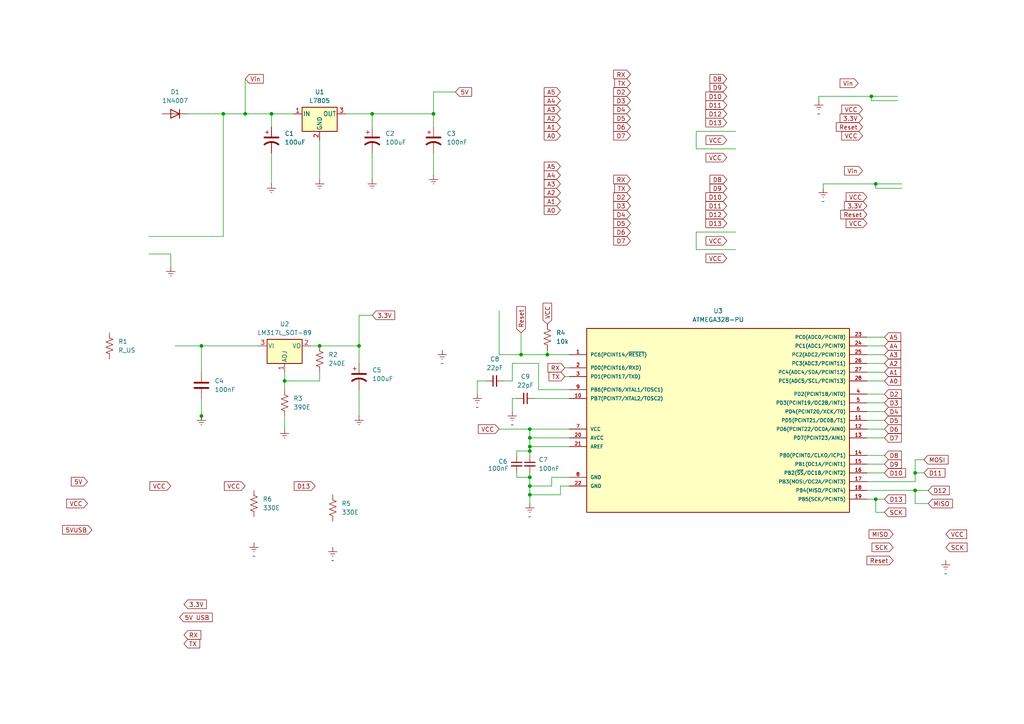
<source format=kicad_sch>
(kicad_sch
	(version 20250114)
	(generator "eeschema")
	(generator_version "9.0")
	(uuid "646efb7e-2128-4c9b-8eea-43c98514a328")
	(paper "A4")
	(lib_symbols
		(symbol "ATMEGA328-PU:ATMEGA328-PU"
			(pin_names
				(offset 1.016)
			)
			(exclude_from_sim no)
			(in_bom yes)
			(on_board yes)
			(property "Reference" "U3"
				(at 0 30.48 0)
				(effects
					(font
						(size 1.27 1.27)
					)
				)
			)
			(property "Value" "ATMEGA328-PU"
				(at 0 27.94 0)
				(effects
					(font
						(size 1.27 1.27)
					)
				)
			)
			(property "Footprint" "ATMEGA328-PU:DIP787W46P254L3467H508Q28"
				(at 0 0 0)
				(effects
					(font
						(size 1.27 1.27)
					)
					(justify bottom)
					(hide yes)
				)
			)
			(property "Datasheet" ""
				(at 0 0 0)
				(effects
					(font
						(size 1.27 1.27)
					)
					(hide yes)
				)
			)
			(property "Description" ""
				(at 0 0 0)
				(effects
					(font
						(size 1.27 1.27)
					)
					(hide yes)
				)
			)
			(property "DigiKey_Part_Number" "ATMEGA328-PU-ND"
				(at 0 0 0)
				(effects
					(font
						(size 1.27 1.27)
					)
					(justify bottom)
					(hide yes)
				)
			)
			(property "SnapEDA_Link" "https://www.snapeda.com/parts/ATMEGA328PU/Microchip/view-part/?ref=snap"
				(at 0 0 0)
				(effects
					(font
						(size 1.27 1.27)
					)
					(justify bottom)
					(hide yes)
				)
			)
			(property "MAXIMUM_PACKAGE_HEIGHT" "5.08 mm"
				(at 0 0 0)
				(effects
					(font
						(size 1.27 1.27)
					)
					(justify bottom)
					(hide yes)
				)
			)
			(property "Package" "DIP-28 Microchip Technology"
				(at 0 0 0)
				(effects
					(font
						(size 1.27 1.27)
					)
					(justify bottom)
					(hide yes)
				)
			)
			(property "Check_prices" "https://www.snapeda.com/parts/ATMEGA328PU/Microchip/view-part/?ref=eda"
				(at 0 0 0)
				(effects
					(font
						(size 1.27 1.27)
					)
					(justify bottom)
					(hide yes)
				)
			)
			(property "STANDARD" "IPC 7351B"
				(at 0 0 0)
				(effects
					(font
						(size 1.27 1.27)
					)
					(justify bottom)
					(hide yes)
				)
			)
			(property "PARTREV" "B"
				(at 0 0 0)
				(effects
					(font
						(size 1.27 1.27)
					)
					(justify bottom)
					(hide yes)
				)
			)
			(property "MF" "Microchip Technology"
				(at 0 0 0)
				(effects
					(font
						(size 1.27 1.27)
					)
					(justify bottom)
					(hide yes)
				)
			)
			(property "MP" "ATMEGA328PU"
				(at 0 0 0)
				(effects
					(font
						(size 1.27 1.27)
					)
					(justify bottom)
					(hide yes)
				)
			)
			(property "Description_1" "MCU, 8BIT, ATMEGA, 20MHZ, DIP-28; Product Range:AVR ATmega Family ATmega328 Series Microcontrollers; CPU Speed:20MHz; Program Memory Size:32KB; RAM Memory Size:2KB; No. of Pins:28Pins; MCU Case Style:DIP; No. of I/O's:23I/O's; Embedded Interface Type:I2C, SPI, UART; Supply Voltage Min:1.8V; Supply Voltage Max:5.5V; MCU Family:AVR ATmega; MCU Series:ATmega328; Automotive Qualification Standard:-; RoHS Phthalates Compliant:Yes; MSL:-; SVHC:No SVHC (27-Jun-2018); Controller Family/Series:ATmega; EEPROM Memory Size:1KB; MPU Core Size:8bit; No. of PWM Channels:6; No. of Timers:3; Operating Temperature Max:85°C; Operating Temperature Min:-40°C; Operating Temperature Range:-40°C to +85°C; Oscillator Type:External, Internal; Peripherals:ACMP, ADC, POR, PWM, RTC; Program Memory Size:32KB; Supply Voltage Range:1.8V to 5.5V"
				(at 0 0 0)
				(effects
					(font
						(size 1.27 1.27)
					)
					(justify bottom)
					(hide yes)
				)
			)
			(property "MANUFACTURER" "Microchip Technology"
				(at 0 0 0)
				(effects
					(font
						(size 1.27 1.27)
					)
					(justify bottom)
					(hide yes)
				)
			)
			(symbol "ATMEGA328-PU_0_0"
				(rectangle
					(start -38.1 25.4)
					(end 38.1 -27.94)
					(stroke
						(width 0.254)
						(type default)
					)
					(fill
						(type background)
					)
				)
				(pin bidirectional line
					(at -43.18 17.78 0)
					(length 5.08)
					(name "PC6(PCINT14/~{RESET})"
						(effects
							(font
								(size 1.016 1.016)
							)
						)
					)
					(number "1"
						(effects
							(font
								(size 1.016 1.016)
							)
						)
					)
				)
				(pin bidirectional line
					(at -43.18 13.97 0)
					(length 5.08)
					(name "PD0(PCINT16/RXD)"
						(effects
							(font
								(size 1.016 1.016)
							)
						)
					)
					(number "2"
						(effects
							(font
								(size 1.016 1.016)
							)
						)
					)
				)
				(pin bidirectional line
					(at -43.18 11.43 0)
					(length 5.08)
					(name "PD1(PCINT17/TXD)"
						(effects
							(font
								(size 1.016 1.016)
							)
						)
					)
					(number "3"
						(effects
							(font
								(size 1.016 1.016)
							)
						)
					)
				)
				(pin bidirectional line
					(at -43.18 7.62 0)
					(length 5.08)
					(name "PB6(PCINT6/XTAL1/TOSC1)"
						(effects
							(font
								(size 1.016 1.016)
							)
						)
					)
					(number "9"
						(effects
							(font
								(size 1.016 1.016)
							)
						)
					)
				)
				(pin bidirectional line
					(at -43.18 5.08 0)
					(length 5.08)
					(name "PB7(PCINT7/XTAL2/TOSC2)"
						(effects
							(font
								(size 1.016 1.016)
							)
						)
					)
					(number "10"
						(effects
							(font
								(size 1.016 1.016)
							)
						)
					)
				)
				(pin power_in line
					(at -43.18 -3.81 0)
					(length 5.08)
					(name "VCC"
						(effects
							(font
								(size 1.016 1.016)
							)
						)
					)
					(number "7"
						(effects
							(font
								(size 1.016 1.016)
							)
						)
					)
				)
				(pin power_in line
					(at -43.18 -6.35 0)
					(length 5.08)
					(name "AVCC"
						(effects
							(font
								(size 1.016 1.016)
							)
						)
					)
					(number "20"
						(effects
							(font
								(size 1.016 1.016)
							)
						)
					)
				)
				(pin input line
					(at -43.18 -8.89 0)
					(length 5.08)
					(name "AREF"
						(effects
							(font
								(size 1.016 1.016)
							)
						)
					)
					(number "21"
						(effects
							(font
								(size 1.016 1.016)
							)
						)
					)
				)
				(pin power_in line
					(at -43.18 -17.78 0)
					(length 5.08)
					(name "GND"
						(effects
							(font
								(size 1.016 1.016)
							)
						)
					)
					(number "8"
						(effects
							(font
								(size 1.016 1.016)
							)
						)
					)
				)
				(pin power_in line
					(at -43.18 -20.32 0)
					(length 5.08)
					(name "GND"
						(effects
							(font
								(size 1.016 1.016)
							)
						)
					)
					(number "22"
						(effects
							(font
								(size 1.016 1.016)
							)
						)
					)
				)
				(pin bidirectional line
					(at 43.18 22.86 180)
					(length 5.08)
					(name "PC0(ADC0/PCINT8)"
						(effects
							(font
								(size 1.016 1.016)
							)
						)
					)
					(number "23"
						(effects
							(font
								(size 1.016 1.016)
							)
						)
					)
				)
				(pin bidirectional line
					(at 43.18 20.32 180)
					(length 5.08)
					(name "PC1(ADC1/PCINT9)"
						(effects
							(font
								(size 1.016 1.016)
							)
						)
					)
					(number "24"
						(effects
							(font
								(size 1.016 1.016)
							)
						)
					)
				)
				(pin bidirectional line
					(at 43.18 17.78 180)
					(length 5.08)
					(name "PC2(ADC2/PCINT10)"
						(effects
							(font
								(size 1.016 1.016)
							)
						)
					)
					(number "25"
						(effects
							(font
								(size 1.016 1.016)
							)
						)
					)
				)
				(pin bidirectional line
					(at 43.18 15.24 180)
					(length 5.08)
					(name "PC3(ADC3/PCINT11)"
						(effects
							(font
								(size 1.016 1.016)
							)
						)
					)
					(number "26"
						(effects
							(font
								(size 1.016 1.016)
							)
						)
					)
				)
				(pin bidirectional line
					(at 43.18 12.7 180)
					(length 5.08)
					(name "PC4(ADC4/SDA/PCINT12)"
						(effects
							(font
								(size 1.016 1.016)
							)
						)
					)
					(number "27"
						(effects
							(font
								(size 1.016 1.016)
							)
						)
					)
				)
				(pin bidirectional line
					(at 43.18 10.16 180)
					(length 5.08)
					(name "PC5(ADC5/SCL/PCINT13)"
						(effects
							(font
								(size 1.016 1.016)
							)
						)
					)
					(number "28"
						(effects
							(font
								(size 1.016 1.016)
							)
						)
					)
				)
				(pin bidirectional line
					(at 43.18 6.35 180)
					(length 5.08)
					(name "PD2(PCINT18/INT0)"
						(effects
							(font
								(size 1.016 1.016)
							)
						)
					)
					(number "4"
						(effects
							(font
								(size 1.016 1.016)
							)
						)
					)
				)
				(pin bidirectional line
					(at 43.18 3.81 180)
					(length 5.08)
					(name "PD3(PCINT19/OC2B/INT1)"
						(effects
							(font
								(size 1.016 1.016)
							)
						)
					)
					(number "5"
						(effects
							(font
								(size 1.016 1.016)
							)
						)
					)
				)
				(pin bidirectional line
					(at 43.18 1.27 180)
					(length 5.08)
					(name "PD4(PCINT20/XCK/T0)"
						(effects
							(font
								(size 1.016 1.016)
							)
						)
					)
					(number "6"
						(effects
							(font
								(size 1.016 1.016)
							)
						)
					)
				)
				(pin bidirectional line
					(at 43.18 -1.27 180)
					(length 5.08)
					(name "PD5(PCINT21/OC0B/T1)"
						(effects
							(font
								(size 1.016 1.016)
							)
						)
					)
					(number "11"
						(effects
							(font
								(size 1.016 1.016)
							)
						)
					)
				)
				(pin bidirectional line
					(at 43.18 -3.81 180)
					(length 5.08)
					(name "PD6(PCINT22/OC0A/AIN0)"
						(effects
							(font
								(size 1.016 1.016)
							)
						)
					)
					(number "12"
						(effects
							(font
								(size 1.016 1.016)
							)
						)
					)
				)
				(pin bidirectional line
					(at 43.18 -6.35 180)
					(length 5.08)
					(name "PD7(PCINT23/AIN1)"
						(effects
							(font
								(size 1.016 1.016)
							)
						)
					)
					(number "13"
						(effects
							(font
								(size 1.016 1.016)
							)
						)
					)
				)
				(pin bidirectional line
					(at 43.18 -11.43 180)
					(length 5.08)
					(name "PB0(PCINT0/CLKO/ICP1)"
						(effects
							(font
								(size 1.016 1.016)
							)
						)
					)
					(number "14"
						(effects
							(font
								(size 1.016 1.016)
							)
						)
					)
				)
				(pin bidirectional line
					(at 43.18 -13.97 180)
					(length 5.08)
					(name "PB1(OC1A/PCINT1)"
						(effects
							(font
								(size 1.016 1.016)
							)
						)
					)
					(number "15"
						(effects
							(font
								(size 1.016 1.016)
							)
						)
					)
				)
				(pin bidirectional line
					(at 43.18 -16.51 180)
					(length 5.08)
					(name "PB2(~{SS}/OC1B/PCINT2)"
						(effects
							(font
								(size 1.016 1.016)
							)
						)
					)
					(number "16"
						(effects
							(font
								(size 1.016 1.016)
							)
						)
					)
				)
				(pin bidirectional line
					(at 43.18 -19.05 180)
					(length 5.08)
					(name "PB3(MOSI/OC2A/PCINT3)"
						(effects
							(font
								(size 1.016 1.016)
							)
						)
					)
					(number "17"
						(effects
							(font
								(size 1.016 1.016)
							)
						)
					)
				)
				(pin bidirectional line
					(at 43.18 -21.59 180)
					(length 5.08)
					(name "PB4(MISO/PCINT4)"
						(effects
							(font
								(size 1.016 1.016)
							)
						)
					)
					(number "18"
						(effects
							(font
								(size 1.016 1.016)
							)
						)
					)
				)
				(pin bidirectional line
					(at 43.18 -24.13 180)
					(length 5.08)
					(name "PB5(SCK/PCINT5)"
						(effects
							(font
								(size 1.016 1.016)
							)
						)
					)
					(number "19"
						(effects
							(font
								(size 1.016 1.016)
							)
						)
					)
				)
			)
			(embedded_fonts no)
		)
		(symbol "Device:C"
			(pin_numbers
				(hide yes)
			)
			(pin_names
				(offset 0.254)
			)
			(exclude_from_sim no)
			(in_bom yes)
			(on_board yes)
			(property "Reference" "C"
				(at 0.635 2.54 0)
				(effects
					(font
						(size 1.27 1.27)
					)
					(justify left)
				)
			)
			(property "Value" "C"
				(at 0.635 -2.54 0)
				(effects
					(font
						(size 1.27 1.27)
					)
					(justify left)
				)
			)
			(property "Footprint" ""
				(at 0.9652 -3.81 0)
				(effects
					(font
						(size 1.27 1.27)
					)
					(hide yes)
				)
			)
			(property "Datasheet" "~"
				(at 0 0 0)
				(effects
					(font
						(size 1.27 1.27)
					)
					(hide yes)
				)
			)
			(property "Description" "Unpolarized capacitor"
				(at 0 0 0)
				(effects
					(font
						(size 1.27 1.27)
					)
					(hide yes)
				)
			)
			(property "ki_keywords" "cap capacitor"
				(at 0 0 0)
				(effects
					(font
						(size 1.27 1.27)
					)
					(hide yes)
				)
			)
			(property "ki_fp_filters" "C_*"
				(at 0 0 0)
				(effects
					(font
						(size 1.27 1.27)
					)
					(hide yes)
				)
			)
			(symbol "C_0_1"
				(polyline
					(pts
						(xy -2.032 0.762) (xy 2.032 0.762)
					)
					(stroke
						(width 0.508)
						(type default)
					)
					(fill
						(type none)
					)
				)
				(polyline
					(pts
						(xy -2.032 -0.762) (xy 2.032 -0.762)
					)
					(stroke
						(width 0.508)
						(type default)
					)
					(fill
						(type none)
					)
				)
			)
			(symbol "C_1_1"
				(pin passive line
					(at 0 3.81 270)
					(length 2.794)
					(name "~"
						(effects
							(font
								(size 1.27 1.27)
							)
						)
					)
					(number "1"
						(effects
							(font
								(size 1.27 1.27)
							)
						)
					)
				)
				(pin passive line
					(at 0 -3.81 90)
					(length 2.794)
					(name "~"
						(effects
							(font
								(size 1.27 1.27)
							)
						)
					)
					(number "2"
						(effects
							(font
								(size 1.27 1.27)
							)
						)
					)
				)
			)
			(embedded_fonts no)
		)
		(symbol "Device:C_Polarized_US"
			(pin_numbers
				(hide yes)
			)
			(pin_names
				(offset 0.254)
				(hide yes)
			)
			(exclude_from_sim no)
			(in_bom yes)
			(on_board yes)
			(property "Reference" "C"
				(at 0.635 2.54 0)
				(effects
					(font
						(size 1.27 1.27)
					)
					(justify left)
				)
			)
			(property "Value" "C_Polarized_US"
				(at 0.635 -2.54 0)
				(effects
					(font
						(size 1.27 1.27)
					)
					(justify left)
				)
			)
			(property "Footprint" ""
				(at 0 0 0)
				(effects
					(font
						(size 1.27 1.27)
					)
					(hide yes)
				)
			)
			(property "Datasheet" "~"
				(at 0 0 0)
				(effects
					(font
						(size 1.27 1.27)
					)
					(hide yes)
				)
			)
			(property "Description" "Polarized capacitor, US symbol"
				(at 0 0 0)
				(effects
					(font
						(size 1.27 1.27)
					)
					(hide yes)
				)
			)
			(property "ki_keywords" "cap capacitor"
				(at 0 0 0)
				(effects
					(font
						(size 1.27 1.27)
					)
					(hide yes)
				)
			)
			(property "ki_fp_filters" "CP_*"
				(at 0 0 0)
				(effects
					(font
						(size 1.27 1.27)
					)
					(hide yes)
				)
			)
			(symbol "C_Polarized_US_0_1"
				(polyline
					(pts
						(xy -2.032 0.762) (xy 2.032 0.762)
					)
					(stroke
						(width 0.508)
						(type default)
					)
					(fill
						(type none)
					)
				)
				(polyline
					(pts
						(xy -1.778 2.286) (xy -0.762 2.286)
					)
					(stroke
						(width 0)
						(type default)
					)
					(fill
						(type none)
					)
				)
				(polyline
					(pts
						(xy -1.27 1.778) (xy -1.27 2.794)
					)
					(stroke
						(width 0)
						(type default)
					)
					(fill
						(type none)
					)
				)
				(arc
					(start -2.032 -1.27)
					(mid 0 -0.5572)
					(end 2.032 -1.27)
					(stroke
						(width 0.508)
						(type default)
					)
					(fill
						(type none)
					)
				)
			)
			(symbol "C_Polarized_US_1_1"
				(pin passive line
					(at 0 3.81 270)
					(length 2.794)
					(name "~"
						(effects
							(font
								(size 1.27 1.27)
							)
						)
					)
					(number "1"
						(effects
							(font
								(size 1.27 1.27)
							)
						)
					)
				)
				(pin passive line
					(at 0 -3.81 90)
					(length 3.302)
					(name "~"
						(effects
							(font
								(size 1.27 1.27)
							)
						)
					)
					(number "2"
						(effects
							(font
								(size 1.27 1.27)
							)
						)
					)
				)
			)
			(embedded_fonts no)
		)
		(symbol "Device:C_Small"
			(pin_numbers
				(hide yes)
			)
			(pin_names
				(offset 0.254)
				(hide yes)
			)
			(exclude_from_sim no)
			(in_bom yes)
			(on_board yes)
			(property "Reference" "C"
				(at 0.254 1.778 0)
				(effects
					(font
						(size 1.27 1.27)
					)
					(justify left)
				)
			)
			(property "Value" "C_Small"
				(at 0.254 -2.032 0)
				(effects
					(font
						(size 1.27 1.27)
					)
					(justify left)
				)
			)
			(property "Footprint" ""
				(at 0 0 0)
				(effects
					(font
						(size 1.27 1.27)
					)
					(hide yes)
				)
			)
			(property "Datasheet" "~"
				(at 0 0 0)
				(effects
					(font
						(size 1.27 1.27)
					)
					(hide yes)
				)
			)
			(property "Description" "Unpolarized capacitor, small symbol"
				(at 0 0 0)
				(effects
					(font
						(size 1.27 1.27)
					)
					(hide yes)
				)
			)
			(property "ki_keywords" "capacitor cap"
				(at 0 0 0)
				(effects
					(font
						(size 1.27 1.27)
					)
					(hide yes)
				)
			)
			(property "ki_fp_filters" "C_*"
				(at 0 0 0)
				(effects
					(font
						(size 1.27 1.27)
					)
					(hide yes)
				)
			)
			(symbol "C_Small_0_1"
				(polyline
					(pts
						(xy -1.524 0.508) (xy 1.524 0.508)
					)
					(stroke
						(width 0.3048)
						(type default)
					)
					(fill
						(type none)
					)
				)
				(polyline
					(pts
						(xy -1.524 -0.508) (xy 1.524 -0.508)
					)
					(stroke
						(width 0.3302)
						(type default)
					)
					(fill
						(type none)
					)
				)
			)
			(symbol "C_Small_1_1"
				(pin passive line
					(at 0 2.54 270)
					(length 2.032)
					(name "~"
						(effects
							(font
								(size 1.27 1.27)
							)
						)
					)
					(number "1"
						(effects
							(font
								(size 1.27 1.27)
							)
						)
					)
				)
				(pin passive line
					(at 0 -2.54 90)
					(length 2.032)
					(name "~"
						(effects
							(font
								(size 1.27 1.27)
							)
						)
					)
					(number "2"
						(effects
							(font
								(size 1.27 1.27)
							)
						)
					)
				)
			)
			(embedded_fonts no)
		)
		(symbol "Device:R_US"
			(pin_numbers
				(hide yes)
			)
			(pin_names
				(offset 0)
			)
			(exclude_from_sim no)
			(in_bom yes)
			(on_board yes)
			(property "Reference" "R"
				(at 2.54 0 90)
				(effects
					(font
						(size 1.27 1.27)
					)
				)
			)
			(property "Value" "R_US"
				(at -2.54 0 90)
				(effects
					(font
						(size 1.27 1.27)
					)
				)
			)
			(property "Footprint" ""
				(at 1.016 -0.254 90)
				(effects
					(font
						(size 1.27 1.27)
					)
					(hide yes)
				)
			)
			(property "Datasheet" "~"
				(at 0 0 0)
				(effects
					(font
						(size 1.27 1.27)
					)
					(hide yes)
				)
			)
			(property "Description" "Resistor, US symbol"
				(at 0 0 0)
				(effects
					(font
						(size 1.27 1.27)
					)
					(hide yes)
				)
			)
			(property "ki_keywords" "R res resistor"
				(at 0 0 0)
				(effects
					(font
						(size 1.27 1.27)
					)
					(hide yes)
				)
			)
			(property "ki_fp_filters" "R_*"
				(at 0 0 0)
				(effects
					(font
						(size 1.27 1.27)
					)
					(hide yes)
				)
			)
			(symbol "R_US_0_1"
				(polyline
					(pts
						(xy 0 2.286) (xy 0 2.54)
					)
					(stroke
						(width 0)
						(type default)
					)
					(fill
						(type none)
					)
				)
				(polyline
					(pts
						(xy 0 2.286) (xy 1.016 1.905) (xy 0 1.524) (xy -1.016 1.143) (xy 0 0.762)
					)
					(stroke
						(width 0)
						(type default)
					)
					(fill
						(type none)
					)
				)
				(polyline
					(pts
						(xy 0 0.762) (xy 1.016 0.381) (xy 0 0) (xy -1.016 -0.381) (xy 0 -0.762)
					)
					(stroke
						(width 0)
						(type default)
					)
					(fill
						(type none)
					)
				)
				(polyline
					(pts
						(xy 0 -0.762) (xy 1.016 -1.143) (xy 0 -1.524) (xy -1.016 -1.905) (xy 0 -2.286)
					)
					(stroke
						(width 0)
						(type default)
					)
					(fill
						(type none)
					)
				)
				(polyline
					(pts
						(xy 0 -2.286) (xy 0 -2.54)
					)
					(stroke
						(width 0)
						(type default)
					)
					(fill
						(type none)
					)
				)
			)
			(symbol "R_US_1_1"
				(pin passive line
					(at 0 3.81 270)
					(length 1.27)
					(name "~"
						(effects
							(font
								(size 1.27 1.27)
							)
						)
					)
					(number "1"
						(effects
							(font
								(size 1.27 1.27)
							)
						)
					)
				)
				(pin passive line
					(at 0 -3.81 90)
					(length 1.27)
					(name "~"
						(effects
							(font
								(size 1.27 1.27)
							)
						)
					)
					(number "2"
						(effects
							(font
								(size 1.27 1.27)
							)
						)
					)
				)
			)
			(embedded_fonts no)
		)
		(symbol "Diode:1N4007"
			(pin_numbers
				(hide yes)
			)
			(pin_names
				(hide yes)
			)
			(exclude_from_sim no)
			(in_bom yes)
			(on_board yes)
			(property "Reference" "D"
				(at 0 2.54 0)
				(effects
					(font
						(size 1.27 1.27)
					)
				)
			)
			(property "Value" "1N4007"
				(at 0 -2.54 0)
				(effects
					(font
						(size 1.27 1.27)
					)
				)
			)
			(property "Footprint" "Diode_THT:D_DO-41_SOD81_P10.16mm_Horizontal"
				(at 0 -4.445 0)
				(effects
					(font
						(size 1.27 1.27)
					)
					(hide yes)
				)
			)
			(property "Datasheet" "http://www.vishay.com/docs/88503/1n4001.pdf"
				(at 0 0 0)
				(effects
					(font
						(size 1.27 1.27)
					)
					(hide yes)
				)
			)
			(property "Description" "1000V 1A General Purpose Rectifier Diode, DO-41"
				(at 0 0 0)
				(effects
					(font
						(size 1.27 1.27)
					)
					(hide yes)
				)
			)
			(property "Sim.Device" "D"
				(at 0 0 0)
				(effects
					(font
						(size 1.27 1.27)
					)
					(hide yes)
				)
			)
			(property "Sim.Pins" "1=K 2=A"
				(at 0 0 0)
				(effects
					(font
						(size 1.27 1.27)
					)
					(hide yes)
				)
			)
			(property "ki_keywords" "diode"
				(at 0 0 0)
				(effects
					(font
						(size 1.27 1.27)
					)
					(hide yes)
				)
			)
			(property "ki_fp_filters" "D*DO?41*"
				(at 0 0 0)
				(effects
					(font
						(size 1.27 1.27)
					)
					(hide yes)
				)
			)
			(symbol "1N4007_0_1"
				(polyline
					(pts
						(xy -1.27 1.27) (xy -1.27 -1.27)
					)
					(stroke
						(width 0.254)
						(type default)
					)
					(fill
						(type none)
					)
				)
				(polyline
					(pts
						(xy 1.27 1.27) (xy 1.27 -1.27) (xy -1.27 0) (xy 1.27 1.27)
					)
					(stroke
						(width 0.254)
						(type default)
					)
					(fill
						(type none)
					)
				)
				(polyline
					(pts
						(xy 1.27 0) (xy -1.27 0)
					)
					(stroke
						(width 0)
						(type default)
					)
					(fill
						(type none)
					)
				)
			)
			(symbol "1N4007_1_1"
				(pin passive line
					(at -3.81 0 0)
					(length 2.54)
					(name "K"
						(effects
							(font
								(size 1.27 1.27)
							)
						)
					)
					(number "1"
						(effects
							(font
								(size 1.27 1.27)
							)
						)
					)
				)
				(pin passive line
					(at 3.81 0 180)
					(length 2.54)
					(name "A"
						(effects
							(font
								(size 1.27 1.27)
							)
						)
					)
					(number "2"
						(effects
							(font
								(size 1.27 1.27)
							)
						)
					)
				)
			)
			(embedded_fonts no)
		)
		(symbol "Regulator_Linear:L7805"
			(pin_names
				(offset 0.254)
			)
			(exclude_from_sim no)
			(in_bom yes)
			(on_board yes)
			(property "Reference" "U"
				(at -3.81 3.175 0)
				(effects
					(font
						(size 1.27 1.27)
					)
				)
			)
			(property "Value" "L7805"
				(at 0 3.175 0)
				(effects
					(font
						(size 1.27 1.27)
					)
					(justify left)
				)
			)
			(property "Footprint" ""
				(at 0.635 -3.81 0)
				(effects
					(font
						(size 1.27 1.27)
						(italic yes)
					)
					(justify left)
					(hide yes)
				)
			)
			(property "Datasheet" "http://www.st.com/content/ccc/resource/technical/document/datasheet/41/4f/b3/b0/12/d4/47/88/CD00000444.pdf/files/CD00000444.pdf/jcr:content/translations/en.CD00000444.pdf"
				(at 0 -1.27 0)
				(effects
					(font
						(size 1.27 1.27)
					)
					(hide yes)
				)
			)
			(property "Description" "Positive 1.5A 35V Linear Regulator, Fixed Output 5V, TO-220/TO-263/TO-252"
				(at 0 0 0)
				(effects
					(font
						(size 1.27 1.27)
					)
					(hide yes)
				)
			)
			(property "ki_keywords" "Voltage Regulator 1.5A Positive"
				(at 0 0 0)
				(effects
					(font
						(size 1.27 1.27)
					)
					(hide yes)
				)
			)
			(property "ki_fp_filters" "TO?252* TO?263* TO?220*"
				(at 0 0 0)
				(effects
					(font
						(size 1.27 1.27)
					)
					(hide yes)
				)
			)
			(symbol "L7805_0_1"
				(rectangle
					(start -5.08 1.905)
					(end 5.08 -5.08)
					(stroke
						(width 0.254)
						(type default)
					)
					(fill
						(type background)
					)
				)
			)
			(symbol "L7805_1_1"
				(pin power_in line
					(at -7.62 0 0)
					(length 2.54)
					(name "IN"
						(effects
							(font
								(size 1.27 1.27)
							)
						)
					)
					(number "1"
						(effects
							(font
								(size 1.27 1.27)
							)
						)
					)
				)
				(pin power_in line
					(at 0 -7.62 90)
					(length 2.54)
					(name "GND"
						(effects
							(font
								(size 1.27 1.27)
							)
						)
					)
					(number "2"
						(effects
							(font
								(size 1.27 1.27)
							)
						)
					)
				)
				(pin power_out line
					(at 7.62 0 180)
					(length 2.54)
					(name "OUT"
						(effects
							(font
								(size 1.27 1.27)
							)
						)
					)
					(number "3"
						(effects
							(font
								(size 1.27 1.27)
							)
						)
					)
				)
			)
			(embedded_fonts no)
		)
		(symbol "Regulator_Linear:LM317L_SOT-89"
			(pin_names
				(offset 0.254)
			)
			(exclude_from_sim no)
			(in_bom yes)
			(on_board yes)
			(property "Reference" "U"
				(at -3.81 3.175 0)
				(effects
					(font
						(size 1.27 1.27)
					)
				)
			)
			(property "Value" "LM317L_SOT-89"
				(at 0 3.175 0)
				(effects
					(font
						(size 1.27 1.27)
					)
					(justify left)
				)
			)
			(property "Footprint" "Package_TO_SOT_SMD:SOT-89-3"
				(at 0 6.35 0)
				(effects
					(font
						(size 1.27 1.27)
						(italic yes)
					)
					(hide yes)
				)
			)
			(property "Datasheet" "http://www.ti.com/lit/ds/symlink/lm317l.pdf"
				(at 0 0 0)
				(effects
					(font
						(size 1.27 1.27)
					)
					(hide yes)
				)
			)
			(property "Description" "100mA 35V Adjustable Linear Regulator, SOT-89"
				(at 0 0 0)
				(effects
					(font
						(size 1.27 1.27)
					)
					(hide yes)
				)
			)
			(property "ki_keywords" "Adjustable Voltage Regulator 1A Positive"
				(at 0 0 0)
				(effects
					(font
						(size 1.27 1.27)
					)
					(hide yes)
				)
			)
			(property "ki_fp_filters" "SOT?89*"
				(at 0 0 0)
				(effects
					(font
						(size 1.27 1.27)
					)
					(hide yes)
				)
			)
			(symbol "LM317L_SOT-89_0_1"
				(rectangle
					(start -5.08 1.905)
					(end 5.08 -5.08)
					(stroke
						(width 0.254)
						(type default)
					)
					(fill
						(type background)
					)
				)
			)
			(symbol "LM317L_SOT-89_1_1"
				(pin power_in line
					(at -7.62 0 0)
					(length 2.54)
					(name "VI"
						(effects
							(font
								(size 1.27 1.27)
							)
						)
					)
					(number "3"
						(effects
							(font
								(size 1.27 1.27)
							)
						)
					)
				)
				(pin input line
					(at 0 -7.62 90)
					(length 2.54)
					(name "ADJ"
						(effects
							(font
								(size 1.27 1.27)
							)
						)
					)
					(number "1"
						(effects
							(font
								(size 1.27 1.27)
							)
						)
					)
				)
				(pin power_out line
					(at 7.62 0 180)
					(length 2.54)
					(name "VO"
						(effects
							(font
								(size 1.27 1.27)
							)
						)
					)
					(number "2"
						(effects
							(font
								(size 1.27 1.27)
							)
						)
					)
				)
			)
			(embedded_fonts no)
		)
		(symbol "power:Earth"
			(power)
			(pin_numbers
				(hide yes)
			)
			(pin_names
				(offset 0)
				(hide yes)
			)
			(exclude_from_sim no)
			(in_bom yes)
			(on_board yes)
			(property "Reference" "#PWR"
				(at 0 -6.35 0)
				(effects
					(font
						(size 1.27 1.27)
					)
					(hide yes)
				)
			)
			(property "Value" "Earth"
				(at 0 -3.81 0)
				(effects
					(font
						(size 1.27 1.27)
					)
				)
			)
			(property "Footprint" ""
				(at 0 0 0)
				(effects
					(font
						(size 1.27 1.27)
					)
					(hide yes)
				)
			)
			(property "Datasheet" "~"
				(at 0 0 0)
				(effects
					(font
						(size 1.27 1.27)
					)
					(hide yes)
				)
			)
			(property "Description" "Power symbol creates a global label with name \"Earth\""
				(at 0 0 0)
				(effects
					(font
						(size 1.27 1.27)
					)
					(hide yes)
				)
			)
			(property "ki_keywords" "global ground gnd"
				(at 0 0 0)
				(effects
					(font
						(size 1.27 1.27)
					)
					(hide yes)
				)
			)
			(symbol "Earth_0_1"
				(polyline
					(pts
						(xy -0.635 -1.905) (xy 0.635 -1.905)
					)
					(stroke
						(width 0)
						(type default)
					)
					(fill
						(type none)
					)
				)
				(polyline
					(pts
						(xy -0.127 -2.54) (xy 0.127 -2.54)
					)
					(stroke
						(width 0)
						(type default)
					)
					(fill
						(type none)
					)
				)
				(polyline
					(pts
						(xy 0 -1.27) (xy 0 0)
					)
					(stroke
						(width 0)
						(type default)
					)
					(fill
						(type none)
					)
				)
				(polyline
					(pts
						(xy 1.27 -1.27) (xy -1.27 -1.27)
					)
					(stroke
						(width 0)
						(type default)
					)
					(fill
						(type none)
					)
				)
			)
			(symbol "Earth_1_1"
				(pin power_in line
					(at 0 0 270)
					(length 0)
					(name "~"
						(effects
							(font
								(size 1.27 1.27)
							)
						)
					)
					(number "1"
						(effects
							(font
								(size 1.27 1.27)
							)
						)
					)
				)
			)
			(embedded_fonts no)
		)
	)
	(junction
		(at 104.14 100.33)
		(diameter 0)
		(color 0 0 0 0)
		(uuid "05428103-cc68-4e95-9289-b9b7457ae569")
	)
	(junction
		(at 58.42 120.65)
		(diameter 0)
		(color 0 0 0 0)
		(uuid "0943ad86-7874-42c0-addb-6599a646a5a5")
	)
	(junction
		(at 153.67 143.51)
		(diameter 0)
		(color 0 0 0 0)
		(uuid "13030594-bebe-4707-8c34-6d156c19f41e")
	)
	(junction
		(at 107.95 33.02)
		(diameter 0)
		(color 0 0 0 0)
		(uuid "1df0fff2-203a-41e6-b1fc-9dc82f2b0c90")
	)
	(junction
		(at 92.71 100.33)
		(diameter 0)
		(color 0 0 0 0)
		(uuid "1f9c1b61-d46a-4f4d-9da3-7cbf404014e9")
	)
	(junction
		(at 78.74 33.02)
		(diameter 0)
		(color 0 0 0 0)
		(uuid "2a50c30a-7479-4ad4-b3f4-e81c8435d2a9")
	)
	(junction
		(at 265.43 142.24)
		(diameter 0)
		(color 0 0 0 0)
		(uuid "2bf88195-5153-4d17-b6c9-e90bc42e8f3c")
	)
	(junction
		(at 252.73 27.94)
		(diameter 0)
		(color 0 0 0 0)
		(uuid "31394a05-e199-4a0e-830d-b58d10d58ad4")
	)
	(junction
		(at 153.67 138.43)
		(diameter 0)
		(color 0 0 0 0)
		(uuid "44006ffd-b293-451e-9c46-6bf10ac21e37")
	)
	(junction
		(at 71.12 33.02)
		(diameter 0)
		(color 0 0 0 0)
		(uuid "4c6c60fd-4d54-43dd-9660-317cf507986b")
	)
	(junction
		(at 254 144.78)
		(diameter 0)
		(color 0 0 0 0)
		(uuid "5b2a656d-6cfa-4b0c-8dcc-cf8acf8db8a7")
	)
	(junction
		(at 153.67 140.97)
		(diameter 0)
		(color 0 0 0 0)
		(uuid "5fe7a28e-110c-4d72-a066-eb6795771f86")
	)
	(junction
		(at 265.43 137.16)
		(diameter 0)
		(color 0 0 0 0)
		(uuid "79e5926f-547a-4c7d-8ce7-c1a9d107b34e")
	)
	(junction
		(at 153.67 124.46)
		(diameter 0)
		(color 0 0 0 0)
		(uuid "7e4e90c4-aa16-432d-9a10-79258ba261b3")
	)
	(junction
		(at 151.13 102.87)
		(diameter 0)
		(color 0 0 0 0)
		(uuid "80fa8788-3455-42f3-b902-8b11405c900b")
	)
	(junction
		(at 82.55 110.49)
		(diameter 0)
		(color 0 0 0 0)
		(uuid "83450822-def0-454d-8bc1-b099855c74b4")
	)
	(junction
		(at 153.67 129.54)
		(diameter 0)
		(color 0 0 0 0)
		(uuid "8af91b6d-203e-4b9d-9781-9cc31360fddc")
	)
	(junction
		(at 254 53.34)
		(diameter 0)
		(color 0 0 0 0)
		(uuid "8f047f1b-38af-49ef-8ca1-dccb9cfe6fc2")
	)
	(junction
		(at 58.42 100.33)
		(diameter 0)
		(color 0 0 0 0)
		(uuid "a9aa056f-e1e1-4a34-b6c8-98a4b738d15e")
	)
	(junction
		(at 153.67 130.81)
		(diameter 0)
		(color 0 0 0 0)
		(uuid "b8a04e1f-4955-473b-9f32-807035e64a04")
	)
	(junction
		(at 125.73 33.02)
		(diameter 0)
		(color 0 0 0 0)
		(uuid "cd57bd7d-73dd-427a-bc5c-32635908b328")
	)
	(junction
		(at 64.77 33.02)
		(diameter 0)
		(color 0 0 0 0)
		(uuid "e3eeafa8-9813-41de-b031-40d09bd9ffc6")
	)
	(junction
		(at 158.75 102.87)
		(diameter 0)
		(color 0 0 0 0)
		(uuid "e924368a-8c46-49f8-8540-822f8c0cfdb2")
	)
	(junction
		(at 153.67 127)
		(diameter 0)
		(color 0 0 0 0)
		(uuid "f6c93a9e-00fd-400d-b63a-3eab0851fd65")
	)
	(wire
		(pts
			(xy 251.46 124.46) (xy 256.54 124.46)
		)
		(stroke
			(width 0)
			(type default)
		)
		(uuid "05b50d93-679c-4f0f-b06b-a0c5e16af7d2")
	)
	(wire
		(pts
			(xy 265.43 137.16) (xy 265.43 133.35)
		)
		(stroke
			(width 0)
			(type default)
		)
		(uuid "068bfe2e-73ea-4f71-8c72-090f91501ca0")
	)
	(wire
		(pts
			(xy 100.33 33.02) (xy 107.95 33.02)
		)
		(stroke
			(width 0)
			(type default)
		)
		(uuid "07a9f6b8-f47d-4c83-9d97-89f4f396373a")
	)
	(wire
		(pts
			(xy 58.42 100.33) (xy 74.93 100.33)
		)
		(stroke
			(width 0)
			(type default)
		)
		(uuid "0c07fd44-de45-4a27-9e3f-d1721a72fcd7")
	)
	(wire
		(pts
			(xy 158.75 102.87) (xy 151.13 102.87)
		)
		(stroke
			(width 0)
			(type default)
		)
		(uuid "0dc6c3c8-cd0d-47f0-a48d-e0af97861740")
	)
	(wire
		(pts
			(xy 165.1 140.97) (xy 162.56 140.97)
		)
		(stroke
			(width 0)
			(type default)
		)
		(uuid "0e63711b-e58b-4a14-bc8f-97b0a8fca7ba")
	)
	(wire
		(pts
			(xy 254 53.34) (xy 254 54.61)
		)
		(stroke
			(width 0)
			(type default)
		)
		(uuid "0f32b8df-c177-442a-a7bd-61e388c0fac9")
	)
	(wire
		(pts
			(xy 160.02 140.97) (xy 160.02 138.43)
		)
		(stroke
			(width 0)
			(type default)
		)
		(uuid "118d033f-5ed9-4c2b-bc81-fc91edc515ed")
	)
	(wire
		(pts
			(xy 254 53.34) (xy 261.62 53.34)
		)
		(stroke
			(width 0)
			(type default)
		)
		(uuid "1667240f-a3de-4fc5-9f25-f536f0606428")
	)
	(wire
		(pts
			(xy 78.74 33.02) (xy 85.09 33.02)
		)
		(stroke
			(width 0)
			(type default)
		)
		(uuid "17aee025-0a02-4ea8-8ac5-664703262e24")
	)
	(wire
		(pts
			(xy 125.73 33.02) (xy 125.73 36.83)
		)
		(stroke
			(width 0)
			(type default)
		)
		(uuid "1b0ca19e-4826-4332-aaa1-c0716454e110")
	)
	(wire
		(pts
			(xy 153.67 124.46) (xy 165.1 124.46)
		)
		(stroke
			(width 0)
			(type default)
		)
		(uuid "204f981c-64d9-4d79-8e35-e64ae1615edb")
	)
	(wire
		(pts
			(xy 49.53 73.66) (xy 49.53 77.47)
		)
		(stroke
			(width 0)
			(type default)
		)
		(uuid "2174f107-b47a-4cab-a7b8-e42fa1285645")
	)
	(wire
		(pts
			(xy 251.46 119.38) (xy 256.54 119.38)
		)
		(stroke
			(width 0)
			(type default)
		)
		(uuid "21976230-d64a-406d-af5d-c02b44925ba2")
	)
	(wire
		(pts
			(xy 153.67 140.97) (xy 153.67 143.51)
		)
		(stroke
			(width 0)
			(type default)
		)
		(uuid "25b78e62-0782-4d81-a69f-e706f87e10cc")
	)
	(wire
		(pts
			(xy 153.67 127) (xy 153.67 124.46)
		)
		(stroke
			(width 0)
			(type default)
		)
		(uuid "2c703ca7-f425-4d9f-bacb-56e4e199a9ac")
	)
	(wire
		(pts
			(xy 201.93 67.31) (xy 201.93 72.39)
		)
		(stroke
			(width 0)
			(type default)
		)
		(uuid "311973f0-11a6-4319-ad7c-4b28c8bc5aec")
	)
	(wire
		(pts
			(xy 43.18 68.58) (xy 64.77 68.58)
		)
		(stroke
			(width 0)
			(type default)
		)
		(uuid "328625f5-c9d8-47ce-9463-f476a1e6e495")
	)
	(wire
		(pts
			(xy 92.71 107.95) (xy 92.71 110.49)
		)
		(stroke
			(width 0)
			(type default)
		)
		(uuid "34ee26eb-797f-4c99-a6c8-41635921cf69")
	)
	(wire
		(pts
			(xy 201.93 38.1) (xy 201.93 43.18)
		)
		(stroke
			(width 0)
			(type default)
		)
		(uuid "37390121-1028-4878-932e-103546243133")
	)
	(wire
		(pts
			(xy 149.86 132.08) (xy 149.86 130.81)
		)
		(stroke
			(width 0)
			(type default)
		)
		(uuid "3744ac0b-f78c-4ad9-acd9-3181c7b1cef6")
	)
	(wire
		(pts
			(xy 82.55 110.49) (xy 82.55 107.95)
		)
		(stroke
			(width 0)
			(type default)
		)
		(uuid "3aa01e93-37f8-441d-96e8-9a744239fc05")
	)
	(wire
		(pts
			(xy 265.43 142.24) (xy 265.43 146.05)
		)
		(stroke
			(width 0)
			(type default)
		)
		(uuid "430298f2-6f31-41d1-908b-5dc8dc7f9860")
	)
	(wire
		(pts
			(xy 238.76 54.61) (xy 238.76 53.34)
		)
		(stroke
			(width 0)
			(type default)
		)
		(uuid "446af001-3fa2-4f9e-b752-03e5c8a41ad4")
	)
	(wire
		(pts
			(xy 58.42 107.95) (xy 58.42 100.33)
		)
		(stroke
			(width 0)
			(type default)
		)
		(uuid "450192cc-9d5c-4b16-986e-b8c08d078fac")
	)
	(wire
		(pts
			(xy 254 148.59) (xy 256.54 148.59)
		)
		(stroke
			(width 0)
			(type default)
		)
		(uuid "4db9404b-7196-4bd5-ac83-3b5f752e0b5d")
	)
	(wire
		(pts
			(xy 153.67 143.51) (xy 162.56 143.51)
		)
		(stroke
			(width 0)
			(type default)
		)
		(uuid "50e55f7b-f908-4a05-a354-0fbb11057b00")
	)
	(wire
		(pts
			(xy 148.59 119.38) (xy 148.59 115.57)
		)
		(stroke
			(width 0)
			(type default)
		)
		(uuid "51697a52-6574-4927-9b56-b62c34ad676f")
	)
	(wire
		(pts
			(xy 107.95 44.45) (xy 107.95 52.07)
		)
		(stroke
			(width 0)
			(type default)
		)
		(uuid "51e6840d-1504-44b6-b307-9482fdccd570")
	)
	(wire
		(pts
			(xy 153.67 140.97) (xy 160.02 140.97)
		)
		(stroke
			(width 0)
			(type default)
		)
		(uuid "52b1fa32-1dd3-42d2-9039-007df8738914")
	)
	(wire
		(pts
			(xy 148.59 105.41) (xy 148.59 110.49)
		)
		(stroke
			(width 0)
			(type default)
		)
		(uuid "5364598b-2eb1-4061-8ddd-ea6c3ec88866")
	)
	(wire
		(pts
			(xy 251.46 134.62) (xy 256.54 134.62)
		)
		(stroke
			(width 0)
			(type default)
		)
		(uuid "5525fa7f-e4f1-4ce0-bc10-76ed24d02bc7")
	)
	(wire
		(pts
			(xy 265.43 139.7) (xy 265.43 137.16)
		)
		(stroke
			(width 0)
			(type default)
		)
		(uuid "5c2f7f7b-d338-4bbe-8b6a-016e890273c3")
	)
	(wire
		(pts
			(xy 265.43 142.24) (xy 269.24 142.24)
		)
		(stroke
			(width 0)
			(type default)
		)
		(uuid "5e1d9f95-d760-4d8e-b4a7-6b3e6daf3a72")
	)
	(wire
		(pts
			(xy 153.67 132.08) (xy 153.67 130.81)
		)
		(stroke
			(width 0)
			(type default)
		)
		(uuid "5e59f5e7-2c98-43d2-85e6-cd7856f43108")
	)
	(wire
		(pts
			(xy 50.8 100.33) (xy 58.42 100.33)
		)
		(stroke
			(width 0)
			(type default)
		)
		(uuid "6089168c-d3c4-4f60-95de-0e629f13dff6")
	)
	(wire
		(pts
			(xy 251.46 127) (xy 256.54 127)
		)
		(stroke
			(width 0)
			(type default)
		)
		(uuid "61eb148f-3d5e-4cd5-a2d2-1722d92cd364")
	)
	(wire
		(pts
			(xy 149.86 138.43) (xy 153.67 138.43)
		)
		(stroke
			(width 0)
			(type default)
		)
		(uuid "62492cd7-9359-4804-a6b5-8cbb80daf966")
	)
	(wire
		(pts
			(xy 265.43 146.05) (xy 269.24 146.05)
		)
		(stroke
			(width 0)
			(type default)
		)
		(uuid "64e80068-2bff-4603-8bc0-27f8046fc956")
	)
	(wire
		(pts
			(xy 251.46 142.24) (xy 265.43 142.24)
		)
		(stroke
			(width 0)
			(type default)
		)
		(uuid "654cc372-d524-49b0-a171-bbff4fdf0902")
	)
	(wire
		(pts
			(xy 213.36 38.1) (xy 201.93 38.1)
		)
		(stroke
			(width 0)
			(type default)
		)
		(uuid "6632a0a2-e003-4f74-8a3b-d70db384fa75")
	)
	(wire
		(pts
			(xy 151.13 96.52) (xy 151.13 102.87)
		)
		(stroke
			(width 0)
			(type default)
		)
		(uuid "68454cf1-3ef5-4682-ab73-2f5d9ea5d4a5")
	)
	(wire
		(pts
			(xy 153.67 130.81) (xy 153.67 129.54)
		)
		(stroke
			(width 0)
			(type default)
		)
		(uuid "72fd1f87-1c09-4eab-b103-005da8fd34a0")
	)
	(wire
		(pts
			(xy 251.46 110.49) (xy 256.54 110.49)
		)
		(stroke
			(width 0)
			(type default)
		)
		(uuid "7bae1e62-adee-4946-9886-650bb300c1bc")
	)
	(wire
		(pts
			(xy 125.73 26.67) (xy 132.08 26.67)
		)
		(stroke
			(width 0)
			(type default)
		)
		(uuid "7d470333-c143-4952-9998-6358bcc2a99d")
	)
	(wire
		(pts
			(xy 162.56 140.97) (xy 162.56 143.51)
		)
		(stroke
			(width 0)
			(type default)
		)
		(uuid "855bba20-0372-4b8a-9063-f24875b49f16")
	)
	(wire
		(pts
			(xy 213.36 67.31) (xy 201.93 67.31)
		)
		(stroke
			(width 0)
			(type default)
		)
		(uuid "894a5750-3165-409b-ab6e-8920e355a10c")
	)
	(wire
		(pts
			(xy 58.42 121.92) (xy 58.42 120.65)
		)
		(stroke
			(width 0)
			(type default)
		)
		(uuid "8a267f79-3339-4d7d-949d-5ad04199b67f")
	)
	(wire
		(pts
			(xy 254 144.78) (xy 254 148.59)
		)
		(stroke
			(width 0)
			(type default)
		)
		(uuid "8c6b03db-cf0a-4520-af83-a2e633344d8a")
	)
	(wire
		(pts
			(xy 251.46 144.78) (xy 254 144.78)
		)
		(stroke
			(width 0)
			(type default)
		)
		(uuid "8dd53ef8-7974-4ec3-bf0a-d163138c90fd")
	)
	(wire
		(pts
			(xy 251.46 107.95) (xy 256.54 107.95)
		)
		(stroke
			(width 0)
			(type default)
		)
		(uuid "8e8028ac-7163-4797-b4a0-28e340afc48c")
	)
	(wire
		(pts
			(xy 160.02 138.43) (xy 165.1 138.43)
		)
		(stroke
			(width 0)
			(type default)
		)
		(uuid "910de8b5-3b83-4261-af91-a994c5ee25d3")
	)
	(wire
		(pts
			(xy 138.43 114.3) (xy 138.43 110.49)
		)
		(stroke
			(width 0)
			(type default)
		)
		(uuid "9407da0b-12cf-41f8-a184-046001a5b44d")
	)
	(wire
		(pts
			(xy 104.14 105.41) (xy 104.14 100.33)
		)
		(stroke
			(width 0)
			(type default)
		)
		(uuid "95d16ddf-7998-4c9f-87ae-83e6fc6cdfcc")
	)
	(wire
		(pts
			(xy 165.1 102.87) (xy 158.75 102.87)
		)
		(stroke
			(width 0)
			(type default)
		)
		(uuid "9682566b-f10e-4e0f-95c1-ce09a99f873c")
	)
	(wire
		(pts
			(xy 251.46 97.79) (xy 256.54 97.79)
		)
		(stroke
			(width 0)
			(type default)
		)
		(uuid "97891f0b-800b-4733-9342-a429f0f3dcab")
	)
	(wire
		(pts
			(xy 153.67 127) (xy 165.1 127)
		)
		(stroke
			(width 0)
			(type default)
		)
		(uuid "9e7ee8aa-9659-4084-86cb-c0fc1acb6f5d")
	)
	(wire
		(pts
			(xy 265.43 133.35) (xy 267.97 133.35)
		)
		(stroke
			(width 0)
			(type default)
		)
		(uuid "a0bdefcd-5bf1-48dd-b303-8d0c457873ae")
	)
	(wire
		(pts
			(xy 92.71 40.64) (xy 92.71 52.07)
		)
		(stroke
			(width 0)
			(type default)
		)
		(uuid "a0eb4308-b1b5-44ce-8149-5d1e0cafac92")
	)
	(wire
		(pts
			(xy 78.74 36.83) (xy 78.74 33.02)
		)
		(stroke
			(width 0)
			(type default)
		)
		(uuid "a1322cdf-4bc2-4bc3-94ad-7eb26ce5d945")
	)
	(wire
		(pts
			(xy 125.73 44.45) (xy 125.73 50.8)
		)
		(stroke
			(width 0)
			(type default)
		)
		(uuid "a367db53-9b6f-42a7-be97-7ea1a4ea0398")
	)
	(wire
		(pts
			(xy 64.77 33.02) (xy 64.77 68.58)
		)
		(stroke
			(width 0)
			(type default)
		)
		(uuid "a3c1307a-34fd-416a-8697-3d171bf65dba")
	)
	(wire
		(pts
			(xy 104.14 91.44) (xy 107.95 91.44)
		)
		(stroke
			(width 0)
			(type default)
		)
		(uuid "a5a56cad-5cd8-4dae-b62a-474f6b85dd6b")
	)
	(wire
		(pts
			(xy 265.43 137.16) (xy 267.97 137.16)
		)
		(stroke
			(width 0)
			(type default)
		)
		(uuid "a5c4784e-93d3-4cbd-93da-96d446cf7f63")
	)
	(wire
		(pts
			(xy 138.43 110.49) (xy 140.97 110.49)
		)
		(stroke
			(width 0)
			(type default)
		)
		(uuid "ae8a112b-6b6b-4e3a-be9a-1ae3d9489e86")
	)
	(wire
		(pts
			(xy 125.73 33.02) (xy 125.73 26.67)
		)
		(stroke
			(width 0)
			(type default)
		)
		(uuid "af458b7d-d04a-40f4-a6c6-85501418598d")
	)
	(wire
		(pts
			(xy 254 54.61) (xy 261.62 54.61)
		)
		(stroke
			(width 0)
			(type default)
		)
		(uuid "afe767fe-d338-4d57-94dc-599b48b94960")
	)
	(wire
		(pts
			(xy 90.17 100.33) (xy 92.71 100.33)
		)
		(stroke
			(width 0)
			(type default)
		)
		(uuid "b053b918-3773-48dd-b119-5aea6ac03032")
	)
	(wire
		(pts
			(xy 251.46 102.87) (xy 256.54 102.87)
		)
		(stroke
			(width 0)
			(type default)
		)
		(uuid "b1df47e6-abe0-46b4-b096-f9ddc6553d90")
	)
	(wire
		(pts
			(xy 104.14 91.44) (xy 104.14 100.33)
		)
		(stroke
			(width 0)
			(type default)
		)
		(uuid "b4643175-3793-41bc-880b-f5d505d2cc44")
	)
	(wire
		(pts
			(xy 92.71 100.33) (xy 104.14 100.33)
		)
		(stroke
			(width 0)
			(type default)
		)
		(uuid "b66bee45-9373-4829-8b3d-22d69bedbfd9")
	)
	(wire
		(pts
			(xy 82.55 120.65) (xy 82.55 124.46)
		)
		(stroke
			(width 0)
			(type default)
		)
		(uuid "b68c7f8e-9538-467c-9508-3fd3d984652f")
	)
	(wire
		(pts
			(xy 237.49 27.94) (xy 252.73 27.94)
		)
		(stroke
			(width 0)
			(type default)
		)
		(uuid "b92268e8-4bd6-4d48-a735-a96b39e6843f")
	)
	(wire
		(pts
			(xy 149.86 130.81) (xy 153.67 130.81)
		)
		(stroke
			(width 0)
			(type default)
		)
		(uuid "bb376a39-0ba4-4a7a-ab5e-ecf6b5e005eb")
	)
	(wire
		(pts
			(xy 165.1 113.03) (xy 156.21 113.03)
		)
		(stroke
			(width 0)
			(type default)
		)
		(uuid "bcc5fe43-d010-4606-b8ff-eb0ede2c478b")
	)
	(wire
		(pts
			(xy 153.67 129.54) (xy 165.1 129.54)
		)
		(stroke
			(width 0)
			(type default)
		)
		(uuid "c1195669-bc4f-447c-91f3-0117aa854cbd")
	)
	(wire
		(pts
			(xy 153.67 124.46) (xy 144.78 124.46)
		)
		(stroke
			(width 0)
			(type default)
		)
		(uuid "c1df362b-5c5b-4eff-afea-6c8d371d9d7a")
	)
	(wire
		(pts
			(xy 251.46 105.41) (xy 256.54 105.41)
		)
		(stroke
			(width 0)
			(type default)
		)
		(uuid "c2931027-f9d8-44a9-8cba-377c44475a5b")
	)
	(wire
		(pts
			(xy 71.12 33.02) (xy 78.74 33.02)
		)
		(stroke
			(width 0)
			(type default)
		)
		(uuid "c2e4dd17-0c02-4538-a14e-2aabeb2890d4")
	)
	(wire
		(pts
			(xy 107.95 33.02) (xy 107.95 36.83)
		)
		(stroke
			(width 0)
			(type default)
		)
		(uuid "c6ab7202-76d6-4ccd-a691-b4af0fdfcc57")
	)
	(wire
		(pts
			(xy 78.74 44.45) (xy 78.74 53.34)
		)
		(stroke
			(width 0)
			(type default)
		)
		(uuid "c8baf1a3-615b-415c-b53f-5babb038e275")
	)
	(wire
		(pts
			(xy 163.83 106.68) (xy 165.1 106.68)
		)
		(stroke
			(width 0)
			(type default)
		)
		(uuid "c9a9128a-245e-494c-8253-f608a9d01932")
	)
	(wire
		(pts
			(xy 153.67 129.54) (xy 153.67 127)
		)
		(stroke
			(width 0)
			(type default)
		)
		(uuid "ca85e35a-cf8c-4a8a-8c47-bc143acfe042")
	)
	(wire
		(pts
			(xy 144.78 102.87) (xy 151.13 102.87)
		)
		(stroke
			(width 0)
			(type default)
		)
		(uuid "cad25bd2-5e13-49d1-a049-9fe65d4a306a")
	)
	(wire
		(pts
			(xy 82.55 113.03) (xy 82.55 110.49)
		)
		(stroke
			(width 0)
			(type default)
		)
		(uuid "cdabd047-9dc5-4712-b982-18ea3493d3d9")
	)
	(wire
		(pts
			(xy 156.21 113.03) (xy 156.21 105.41)
		)
		(stroke
			(width 0)
			(type default)
		)
		(uuid "cdad8606-f227-4b80-82e4-999fd6c974e2")
	)
	(wire
		(pts
			(xy 153.67 138.43) (xy 153.67 140.97)
		)
		(stroke
			(width 0)
			(type default)
		)
		(uuid "ce7137a4-4155-4d0b-863c-b8490b335014")
	)
	(wire
		(pts
			(xy 154.94 115.57) (xy 165.1 115.57)
		)
		(stroke
			(width 0)
			(type default)
		)
		(uuid "cf1e3d21-a6cc-4630-9a62-969838247a2b")
	)
	(wire
		(pts
			(xy 144.78 90.17) (xy 144.78 102.87)
		)
		(stroke
			(width 0)
			(type default)
		)
		(uuid "cf4a03d6-27a6-4c41-9ceb-c7853eb045b8")
	)
	(wire
		(pts
			(xy 201.93 43.18) (xy 213.36 43.18)
		)
		(stroke
			(width 0)
			(type default)
		)
		(uuid "d1561c93-b2d0-4e16-8649-c1d0d06a1078")
	)
	(wire
		(pts
			(xy 149.86 137.16) (xy 149.86 138.43)
		)
		(stroke
			(width 0)
			(type default)
		)
		(uuid "d1ad27b8-6b1c-4252-a4ef-07e48b75d7d6")
	)
	(wire
		(pts
			(xy 71.12 22.86) (xy 71.12 33.02)
		)
		(stroke
			(width 0)
			(type default)
		)
		(uuid "d1c07fc5-64ef-4704-bea1-dca7a28feff3")
	)
	(wire
		(pts
			(xy 251.46 116.84) (xy 256.54 116.84)
		)
		(stroke
			(width 0)
			(type default)
		)
		(uuid "d4c03abb-0028-485b-a574-81d706106354")
	)
	(wire
		(pts
			(xy 163.83 109.22) (xy 165.1 109.22)
		)
		(stroke
			(width 0)
			(type default)
		)
		(uuid "d5ef07ee-2a19-4b34-8d5a-fd343bdbc7a9")
	)
	(wire
		(pts
			(xy 201.93 72.39) (xy 213.36 72.39)
		)
		(stroke
			(width 0)
			(type default)
		)
		(uuid "d661bd73-3b78-4f4f-aa8a-8e0c10be97ad")
	)
	(wire
		(pts
			(xy 82.55 110.49) (xy 92.71 110.49)
		)
		(stroke
			(width 0)
			(type default)
		)
		(uuid "d793453f-6fb4-4f51-aeb8-05b017453ab5")
	)
	(wire
		(pts
			(xy 156.21 105.41) (xy 148.59 105.41)
		)
		(stroke
			(width 0)
			(type default)
		)
		(uuid "d7bcd575-7fc2-4b02-bc8f-79a0aa284a59")
	)
	(wire
		(pts
			(xy 252.73 27.94) (xy 260.35 27.94)
		)
		(stroke
			(width 0)
			(type default)
		)
		(uuid "d801796b-c4b7-418c-b2ba-23c6792f8166")
	)
	(wire
		(pts
			(xy 254 144.78) (xy 256.54 144.78)
		)
		(stroke
			(width 0)
			(type default)
		)
		(uuid "d94fd358-7ccf-40a6-8310-36d45998e37a")
	)
	(wire
		(pts
			(xy 158.75 102.87) (xy 158.75 101.6)
		)
		(stroke
			(width 0)
			(type default)
		)
		(uuid "dc4e016a-d412-43a2-aa4a-c08643b410f4")
	)
	(wire
		(pts
			(xy 153.67 143.51) (xy 153.67 146.05)
		)
		(stroke
			(width 0)
			(type default)
		)
		(uuid "dfbf8d02-69b7-42d0-a189-528ea821a476")
	)
	(wire
		(pts
			(xy 153.67 138.43) (xy 153.67 137.16)
		)
		(stroke
			(width 0)
			(type default)
		)
		(uuid "e0b7cc1a-5654-4a3a-9b6e-3d28bbe49697")
	)
	(wire
		(pts
			(xy 238.76 53.34) (xy 254 53.34)
		)
		(stroke
			(width 0)
			(type default)
		)
		(uuid "e1b16cd9-4e08-4678-bbb6-3f495916e1f1")
	)
	(wire
		(pts
			(xy 104.14 113.03) (xy 104.14 120.65)
		)
		(stroke
			(width 0)
			(type default)
		)
		(uuid "e27f6f2d-f2a8-437e-9aec-916963e5c48e")
	)
	(wire
		(pts
			(xy 251.46 100.33) (xy 256.54 100.33)
		)
		(stroke
			(width 0)
			(type default)
		)
		(uuid "e2995ba7-82ef-4480-a5fe-4d79a5131862")
	)
	(wire
		(pts
			(xy 54.61 33.02) (xy 64.77 33.02)
		)
		(stroke
			(width 0)
			(type default)
		)
		(uuid "e3b02385-6ec1-493a-a491-6cef8c0dea37")
	)
	(wire
		(pts
			(xy 43.18 73.66) (xy 49.53 73.66)
		)
		(stroke
			(width 0)
			(type default)
		)
		(uuid "e3ebc55e-af29-419d-914a-a0950d744aa2")
	)
	(wire
		(pts
			(xy 251.46 114.3) (xy 256.54 114.3)
		)
		(stroke
			(width 0)
			(type default)
		)
		(uuid "e407d014-cb0c-4d49-9986-113e8500b014")
	)
	(wire
		(pts
			(xy 58.42 115.57) (xy 58.42 120.65)
		)
		(stroke
			(width 0)
			(type default)
		)
		(uuid "e5d0a4d5-04ae-4dc6-968a-8b512be1e508")
	)
	(wire
		(pts
			(xy 146.05 110.49) (xy 148.59 110.49)
		)
		(stroke
			(width 0)
			(type default)
		)
		(uuid "ed7d783b-b955-43bb-99f4-04e46b532adf")
	)
	(wire
		(pts
			(xy 148.59 115.57) (xy 149.86 115.57)
		)
		(stroke
			(width 0)
			(type default)
		)
		(uuid "edc2a6a8-214b-42d8-bc56-ab6b22fdfb4c")
	)
	(wire
		(pts
			(xy 251.46 132.08) (xy 256.54 132.08)
		)
		(stroke
			(width 0)
			(type default)
		)
		(uuid "eefcac13-6c6b-4b75-9f31-67b5b91a986f")
	)
	(wire
		(pts
			(xy 251.46 137.16) (xy 256.54 137.16)
		)
		(stroke
			(width 0)
			(type default)
		)
		(uuid "eff9828b-dcad-4305-b13c-b760f81c8fd0")
	)
	(wire
		(pts
			(xy 252.73 27.94) (xy 252.73 29.21)
		)
		(stroke
			(width 0)
			(type default)
		)
		(uuid "f10e4be8-c0e8-4b2b-85e9-108139512a08")
	)
	(wire
		(pts
			(xy 252.73 29.21) (xy 260.35 29.21)
		)
		(stroke
			(width 0)
			(type default)
		)
		(uuid "f3133bbf-c6e1-4bf6-a973-159706300b4b")
	)
	(wire
		(pts
			(xy 237.49 29.21) (xy 237.49 27.94)
		)
		(stroke
			(width 0)
			(type default)
		)
		(uuid "f6c7506b-15df-43bc-98c0-6307be7210f6")
	)
	(wire
		(pts
			(xy 251.46 121.92) (xy 256.54 121.92)
		)
		(stroke
			(width 0)
			(type default)
		)
		(uuid "f74d54c8-05e2-4750-aea3-4553eec4e0b6")
	)
	(wire
		(pts
			(xy 125.73 33.02) (xy 107.95 33.02)
		)
		(stroke
			(width 0)
			(type default)
		)
		(uuid "f881464c-cb5b-4889-aab1-fd5b36b1284a")
	)
	(wire
		(pts
			(xy 251.46 139.7) (xy 265.43 139.7)
		)
		(stroke
			(width 0)
			(type default)
		)
		(uuid "fbad94ef-fb07-460d-bd2e-f830c229cdef")
	)
	(wire
		(pts
			(xy 64.77 33.02) (xy 71.12 33.02)
		)
		(stroke
			(width 0)
			(type default)
		)
		(uuid "fd8de3a0-c76a-4330-becd-82f4497cc851")
	)
	(global_label "A3"
		(shape input)
		(at 162.56 31.75 180)
		(fields_autoplaced yes)
		(effects
			(font
				(size 1.27 1.27)
			)
			(justify right)
		)
		(uuid "037c43dd-7a2a-4286-8b13-cea5f9afbc57")
		(property "Intersheetrefs" "${INTERSHEET_REFS}"
			(at 157.2767 31.75 0)
			(effects
				(font
					(size 1.27 1.27)
				)
				(justify right)
				(hide yes)
			)
		)
	)
	(global_label "A3"
		(shape input)
		(at 256.54 102.87 0)
		(fields_autoplaced yes)
		(effects
			(font
				(size 1.27 1.27)
			)
			(justify left)
		)
		(uuid "0a3f63d6-c4b7-428b-b207-f89162cd7ca7")
		(property "Intersheetrefs" "${INTERSHEET_REFS}"
			(at 261.8233 102.87 0)
			(effects
				(font
					(size 1.27 1.27)
				)
				(justify left)
				(hide yes)
			)
		)
	)
	(global_label "D12"
		(shape input)
		(at 269.24 142.24 0)
		(fields_autoplaced yes)
		(effects
			(font
				(size 1.27 1.27)
			)
			(justify left)
		)
		(uuid "0ad3cb55-4494-47f8-9182-381fd90764a2")
		(property "Intersheetrefs" "${INTERSHEET_REFS}"
			(at 275.9142 142.24 0)
			(effects
				(font
					(size 1.27 1.27)
				)
				(justify left)
				(hide yes)
			)
		)
	)
	(global_label "D13"
		(shape input)
		(at 256.54 144.78 0)
		(fields_autoplaced yes)
		(effects
			(font
				(size 1.27 1.27)
			)
			(justify left)
		)
		(uuid "0c9a8e09-4afc-4e35-b814-bb026fb605e1")
		(property "Intersheetrefs" "${INTERSHEET_REFS}"
			(at 263.2142 144.78 0)
			(effects
				(font
					(size 1.27 1.27)
				)
				(justify left)
				(hide yes)
			)
		)
	)
	(global_label "D8"
		(shape input)
		(at 210.82 22.86 180)
		(fields_autoplaced yes)
		(effects
			(font
				(size 1.27 1.27)
			)
			(justify right)
		)
		(uuid "0d939d19-2107-4da6-bf0f-9e92fee4b654")
		(property "Intersheetrefs" "${INTERSHEET_REFS}"
			(at 205.3553 22.86 0)
			(effects
				(font
					(size 1.27 1.27)
				)
				(justify right)
				(hide yes)
			)
		)
	)
	(global_label "MISO"
		(shape input)
		(at 259.08 154.94 180)
		(fields_autoplaced yes)
		(effects
			(font
				(size 1.27 1.27)
			)
			(justify right)
		)
		(uuid "10495a51-592e-44f4-892f-ce4d0e09a7ee")
		(property "Intersheetrefs" "${INTERSHEET_REFS}"
			(at 251.4986 154.94 0)
			(effects
				(font
					(size 1.27 1.27)
				)
				(justify right)
				(hide yes)
			)
		)
	)
	(global_label "RX"
		(shape input)
		(at 53.34 184.15 0)
		(fields_autoplaced yes)
		(effects
			(font
				(size 1.27 1.27)
			)
			(justify left)
		)
		(uuid "122c74ce-9a7f-422e-a78f-1a0db62d5c9e")
		(property "Intersheetrefs" "${INTERSHEET_REFS}"
			(at 58.8047 184.15 0)
			(effects
				(font
					(size 1.27 1.27)
				)
				(justify left)
				(hide yes)
			)
		)
	)
	(global_label "D5"
		(shape input)
		(at 256.54 121.92 0)
		(fields_autoplaced yes)
		(effects
			(font
				(size 1.27 1.27)
			)
			(justify left)
		)
		(uuid "12e66a1e-802b-4bf8-b636-df357c730d11")
		(property "Intersheetrefs" "${INTERSHEET_REFS}"
			(at 262.0047 121.92 0)
			(effects
				(font
					(size 1.27 1.27)
				)
				(justify left)
				(hide yes)
			)
		)
	)
	(global_label "Reset"
		(shape input)
		(at 251.46 62.23 180)
		(fields_autoplaced yes)
		(effects
			(font
				(size 1.27 1.27)
			)
			(justify right)
		)
		(uuid "12f6b574-8a04-49da-ae7e-51cd32537bb1")
		(property "Intersheetrefs" "${INTERSHEET_REFS}"
			(at 243.2738 62.23 0)
			(effects
				(font
					(size 1.27 1.27)
				)
				(justify right)
				(hide yes)
			)
		)
	)
	(global_label "SCK"
		(shape input)
		(at 274.32 158.75 0)
		(fields_autoplaced yes)
		(effects
			(font
				(size 1.27 1.27)
			)
			(justify left)
		)
		(uuid "13e29929-384d-402c-ba51-145bb012bff2")
		(property "Intersheetrefs" "${INTERSHEET_REFS}"
			(at 281.0547 158.75 0)
			(effects
				(font
					(size 1.27 1.27)
				)
				(justify left)
				(hide yes)
			)
		)
	)
	(global_label "D3"
		(shape input)
		(at 182.88 59.69 180)
		(fields_autoplaced yes)
		(effects
			(font
				(size 1.27 1.27)
			)
			(justify right)
		)
		(uuid "178d039d-4c76-4257-bdf2-249d23b6c8ac")
		(property "Intersheetrefs" "${INTERSHEET_REFS}"
			(at 177.4153 59.69 0)
			(effects
				(font
					(size 1.27 1.27)
				)
				(justify right)
				(hide yes)
			)
		)
	)
	(global_label "D10"
		(shape input)
		(at 210.82 57.15 180)
		(fields_autoplaced yes)
		(effects
			(font
				(size 1.27 1.27)
			)
			(justify right)
		)
		(uuid "186c3895-8dc3-4e9d-bb19-1db7b8d3eff6")
		(property "Intersheetrefs" "${INTERSHEET_REFS}"
			(at 204.1458 57.15 0)
			(effects
				(font
					(size 1.27 1.27)
				)
				(justify right)
				(hide yes)
			)
		)
	)
	(global_label "A1"
		(shape input)
		(at 256.54 107.95 0)
		(fields_autoplaced yes)
		(effects
			(font
				(size 1.27 1.27)
			)
			(justify left)
		)
		(uuid "18abb1c8-7b86-40e0-9df7-f0f59b38a136")
		(property "Intersheetrefs" "${INTERSHEET_REFS}"
			(at 261.8233 107.95 0)
			(effects
				(font
					(size 1.27 1.27)
				)
				(justify left)
				(hide yes)
			)
		)
	)
	(global_label "D2"
		(shape input)
		(at 182.88 26.67 180)
		(fields_autoplaced yes)
		(effects
			(font
				(size 1.27 1.27)
			)
			(justify right)
		)
		(uuid "1ff4a17f-63aa-4d5d-8722-b637020a5baa")
		(property "Intersheetrefs" "${INTERSHEET_REFS}"
			(at 177.4153 26.67 0)
			(effects
				(font
					(size 1.27 1.27)
				)
				(justify right)
				(hide yes)
			)
		)
	)
	(global_label "MOSI"
		(shape input)
		(at 267.97 133.35 0)
		(fields_autoplaced yes)
		(effects
			(font
				(size 1.27 1.27)
			)
			(justify left)
		)
		(uuid "24f6a3e2-0331-4270-87c2-31db095e34eb")
		(property "Intersheetrefs" "${INTERSHEET_REFS}"
			(at 275.5514 133.35 0)
			(effects
				(font
					(size 1.27 1.27)
				)
				(justify left)
				(hide yes)
			)
		)
	)
	(global_label "D4"
		(shape input)
		(at 182.88 31.75 180)
		(fields_autoplaced yes)
		(effects
			(font
				(size 1.27 1.27)
			)
			(justify right)
		)
		(uuid "288e9cd0-8687-4ef4-8096-3fe5c2285250")
		(property "Intersheetrefs" "${INTERSHEET_REFS}"
			(at 177.4153 31.75 0)
			(effects
				(font
					(size 1.27 1.27)
				)
				(justify right)
				(hide yes)
			)
		)
	)
	(global_label "3.3V"
		(shape input)
		(at 250.19 34.29 180)
		(fields_autoplaced yes)
		(effects
			(font
				(size 1.27 1.27)
			)
			(justify right)
		)
		(uuid "2bb4c0e3-ba1a-432b-84cb-f637c6b48ffd")
		(property "Intersheetrefs" "${INTERSHEET_REFS}"
			(at 243.0924 34.29 0)
			(effects
				(font
					(size 1.27 1.27)
				)
				(justify right)
				(hide yes)
			)
		)
	)
	(global_label "VCC"
		(shape input)
		(at 210.82 40.64 180)
		(fields_autoplaced yes)
		(effects
			(font
				(size 1.27 1.27)
			)
			(justify right)
		)
		(uuid "2bc678dc-ca53-4ea3-8489-0122bd5d0332")
		(property "Intersheetrefs" "${INTERSHEET_REFS}"
			(at 204.2062 40.64 0)
			(effects
				(font
					(size 1.27 1.27)
				)
				(justify right)
				(hide yes)
			)
		)
	)
	(global_label "VCC"
		(shape input)
		(at 158.75 93.98 90)
		(fields_autoplaced yes)
		(effects
			(font
				(size 1.27 1.27)
			)
			(justify left)
		)
		(uuid "309c5abe-6976-48d8-9824-6cc404430540")
		(property "Intersheetrefs" "${INTERSHEET_REFS}"
			(at 158.75 87.3662 90)
			(effects
				(font
					(size 1.27 1.27)
				)
				(justify left)
				(hide yes)
			)
		)
	)
	(global_label "D5"
		(shape input)
		(at 182.88 34.29 180)
		(fields_autoplaced yes)
		(effects
			(font
				(size 1.27 1.27)
			)
			(justify right)
		)
		(uuid "32e55ba8-d940-4940-96c4-47bdcf6427d5")
		(property "Intersheetrefs" "${INTERSHEET_REFS}"
			(at 177.4153 34.29 0)
			(effects
				(font
					(size 1.27 1.27)
				)
				(justify right)
				(hide yes)
			)
		)
	)
	(global_label "D10"
		(shape input)
		(at 210.82 27.94 180)
		(fields_autoplaced yes)
		(effects
			(font
				(size 1.27 1.27)
			)
			(justify right)
		)
		(uuid "34e4525a-0fc0-4758-94ee-cb155b66c0af")
		(property "Intersheetrefs" "${INTERSHEET_REFS}"
			(at 204.1458 27.94 0)
			(effects
				(font
					(size 1.27 1.27)
				)
				(justify right)
				(hide yes)
			)
		)
	)
	(global_label "D9"
		(shape input)
		(at 256.54 134.62 0)
		(fields_autoplaced yes)
		(effects
			(font
				(size 1.27 1.27)
			)
			(justify left)
		)
		(uuid "372d2dcb-ee10-4ef8-9824-ea7d2f1a743d")
		(property "Intersheetrefs" "${INTERSHEET_REFS}"
			(at 262.0047 134.62 0)
			(effects
				(font
					(size 1.27 1.27)
				)
				(justify left)
				(hide yes)
			)
		)
	)
	(global_label "D6"
		(shape input)
		(at 256.54 124.46 0)
		(fields_autoplaced yes)
		(effects
			(font
				(size 1.27 1.27)
			)
			(justify left)
		)
		(uuid "3a44d866-7be8-4c52-b3f2-46ca90da37a1")
		(property "Intersheetrefs" "${INTERSHEET_REFS}"
			(at 262.0047 124.46 0)
			(effects
				(font
					(size 1.27 1.27)
				)
				(justify left)
				(hide yes)
			)
		)
	)
	(global_label "D3"
		(shape input)
		(at 256.54 116.84 0)
		(fields_autoplaced yes)
		(effects
			(font
				(size 1.27 1.27)
			)
			(justify left)
		)
		(uuid "3b3e5fd0-25a3-4b85-a923-bf6c400a6ca2")
		(property "Intersheetrefs" "${INTERSHEET_REFS}"
			(at 262.0047 116.84 0)
			(effects
				(font
					(size 1.27 1.27)
				)
				(justify left)
				(hide yes)
			)
		)
	)
	(global_label "RX"
		(shape input)
		(at 182.88 21.59 180)
		(fields_autoplaced yes)
		(effects
			(font
				(size 1.27 1.27)
			)
			(justify right)
		)
		(uuid "3da46cbf-7520-4b66-b5cb-038ee87ca38f")
		(property "Intersheetrefs" "${INTERSHEET_REFS}"
			(at 177.4153 21.59 0)
			(effects
				(font
					(size 1.27 1.27)
				)
				(justify right)
				(hide yes)
			)
		)
	)
	(global_label "D11"
		(shape input)
		(at 210.82 59.69 180)
		(fields_autoplaced yes)
		(effects
			(font
				(size 1.27 1.27)
			)
			(justify right)
		)
		(uuid "3db527b2-20ff-40c9-a5f6-df336649143d")
		(property "Intersheetrefs" "${INTERSHEET_REFS}"
			(at 204.1458 59.69 0)
			(effects
				(font
					(size 1.27 1.27)
				)
				(justify right)
				(hide yes)
			)
		)
	)
	(global_label "Vin"
		(shape input)
		(at 248.92 24.13 180)
		(fields_autoplaced yes)
		(effects
			(font
				(size 1.27 1.27)
			)
			(justify right)
		)
		(uuid "3e8437f0-3f51-4a70-b49a-7d8c14a5dd45")
		(property "Intersheetrefs" "${INTERSHEET_REFS}"
			(at 243.0924 24.13 0)
			(effects
				(font
					(size 1.27 1.27)
				)
				(justify right)
				(hide yes)
			)
		)
	)
	(global_label "VCC"
		(shape input)
		(at 251.46 57.15 180)
		(fields_autoplaced yes)
		(effects
			(font
				(size 1.27 1.27)
			)
			(justify right)
		)
		(uuid "3f612277-175d-495a-935a-0b2d81a1eb35")
		(property "Intersheetrefs" "${INTERSHEET_REFS}"
			(at 244.8462 57.15 0)
			(effects
				(font
					(size 1.27 1.27)
				)
				(justify right)
				(hide yes)
			)
		)
	)
	(global_label "D2"
		(shape input)
		(at 256.54 114.3 0)
		(fields_autoplaced yes)
		(effects
			(font
				(size 1.27 1.27)
			)
			(justify left)
		)
		(uuid "41654b2d-7043-4d0b-a5e7-5fbd7441f7dd")
		(property "Intersheetrefs" "${INTERSHEET_REFS}"
			(at 262.0047 114.3 0)
			(effects
				(font
					(size 1.27 1.27)
				)
				(justify left)
				(hide yes)
			)
		)
	)
	(global_label "VCC"
		(shape input)
		(at 210.82 69.85 180)
		(fields_autoplaced yes)
		(effects
			(font
				(size 1.27 1.27)
			)
			(justify right)
		)
		(uuid "429e3327-d9ca-4360-889b-ee7ed59c570d")
		(property "Intersheetrefs" "${INTERSHEET_REFS}"
			(at 204.2062 69.85 0)
			(effects
				(font
					(size 1.27 1.27)
				)
				(justify right)
				(hide yes)
			)
		)
	)
	(global_label "A4"
		(shape input)
		(at 162.56 50.8 180)
		(fields_autoplaced yes)
		(effects
			(font
				(size 1.27 1.27)
			)
			(justify right)
		)
		(uuid "43f8be00-5bcb-44eb-a34c-a6ac44e1b2de")
		(property "Intersheetrefs" "${INTERSHEET_REFS}"
			(at 157.2767 50.8 0)
			(effects
				(font
					(size 1.27 1.27)
				)
				(justify right)
				(hide yes)
			)
		)
	)
	(global_label "TX"
		(shape input)
		(at 182.88 54.61 180)
		(fields_autoplaced yes)
		(effects
			(font
				(size 1.27 1.27)
			)
			(justify right)
		)
		(uuid "4aea1464-8d97-4446-8f0c-be361cf81c17")
		(property "Intersheetrefs" "${INTERSHEET_REFS}"
			(at 177.7177 54.61 0)
			(effects
				(font
					(size 1.27 1.27)
				)
				(justify right)
				(hide yes)
			)
		)
	)
	(global_label "Vin"
		(shape input)
		(at 71.12 22.86 0)
		(fields_autoplaced yes)
		(effects
			(font
				(size 1.27 1.27)
			)
			(justify left)
		)
		(uuid "4b6fe397-8744-4eb1-84fa-f47b9a6535de")
		(property "Intersheetrefs" "${INTERSHEET_REFS}"
			(at 76.9476 22.86 0)
			(effects
				(font
					(size 1.27 1.27)
				)
				(justify left)
				(hide yes)
			)
		)
	)
	(global_label "3.3V"
		(shape input)
		(at 107.95 91.44 0)
		(fields_autoplaced yes)
		(effects
			(font
				(size 1.27 1.27)
			)
			(justify left)
		)
		(uuid "4be20080-8c4a-4cfe-a745-32e6bd21539d")
		(property "Intersheetrefs" "${INTERSHEET_REFS}"
			(at 115.0476 91.44 0)
			(effects
				(font
					(size 1.27 1.27)
				)
				(justify left)
				(hide yes)
			)
		)
	)
	(global_label "A0"
		(shape input)
		(at 162.56 39.37 180)
		(fields_autoplaced yes)
		(effects
			(font
				(size 1.27 1.27)
			)
			(justify right)
		)
		(uuid "4f3cb49c-9f00-4fa0-a774-ac7dbc7d2a03")
		(property "Intersheetrefs" "${INTERSHEET_REFS}"
			(at 157.2767 39.37 0)
			(effects
				(font
					(size 1.27 1.27)
				)
				(justify right)
				(hide yes)
			)
		)
	)
	(global_label "VCC"
		(shape input)
		(at 274.32 154.94 0)
		(fields_autoplaced yes)
		(effects
			(font
				(size 1.27 1.27)
			)
			(justify left)
		)
		(uuid "551ba210-f150-4f2f-a25e-1066226bc001")
		(property "Intersheetrefs" "${INTERSHEET_REFS}"
			(at 280.9338 154.94 0)
			(effects
				(font
					(size 1.27 1.27)
				)
				(justify left)
				(hide yes)
			)
		)
	)
	(global_label "D9"
		(shape input)
		(at 210.82 25.4 180)
		(fields_autoplaced yes)
		(effects
			(font
				(size 1.27 1.27)
			)
			(justify right)
		)
		(uuid "5b698bc3-65c3-4dbe-ac52-0c8b84e354c7")
		(property "Intersheetrefs" "${INTERSHEET_REFS}"
			(at 205.3553 25.4 0)
			(effects
				(font
					(size 1.27 1.27)
				)
				(justify right)
				(hide yes)
			)
		)
	)
	(global_label "5V"
		(shape input)
		(at 25.4 139.7 180)
		(fields_autoplaced yes)
		(effects
			(font
				(size 1.27 1.27)
			)
			(justify right)
		)
		(uuid "5c4f0a1f-9706-4159-8919-f8f515ec8f09")
		(property "Intersheetrefs" "${INTERSHEET_REFS}"
			(at 20.1167 139.7 0)
			(effects
				(font
					(size 1.27 1.27)
				)
				(justify right)
				(hide yes)
			)
		)
	)
	(global_label "VCC"
		(shape input)
		(at 25.4 146.05 180)
		(fields_autoplaced yes)
		(effects
			(font
				(size 1.27 1.27)
			)
			(justify right)
		)
		(uuid "5c8367ac-6cd2-4a49-87de-1baf6a113633")
		(property "Intersheetrefs" "${INTERSHEET_REFS}"
			(at 18.7862 146.05 0)
			(effects
				(font
					(size 1.27 1.27)
				)
				(justify right)
				(hide yes)
			)
		)
	)
	(global_label "3.3V"
		(shape input)
		(at 53.34 175.26 0)
		(fields_autoplaced yes)
		(effects
			(font
				(size 1.27 1.27)
			)
			(justify left)
		)
		(uuid "6385c015-0316-4022-afa8-a293a08f8515")
		(property "Intersheetrefs" "${INTERSHEET_REFS}"
			(at 60.4376 175.26 0)
			(effects
				(font
					(size 1.27 1.27)
				)
				(justify left)
				(hide yes)
			)
		)
	)
	(global_label "A1"
		(shape input)
		(at 162.56 36.83 180)
		(fields_autoplaced yes)
		(effects
			(font
				(size 1.27 1.27)
			)
			(justify right)
		)
		(uuid "645c3271-8b9b-4e46-aee6-d31d93038e66")
		(property "Intersheetrefs" "${INTERSHEET_REFS}"
			(at 157.2767 36.83 0)
			(effects
				(font
					(size 1.27 1.27)
				)
				(justify right)
				(hide yes)
			)
		)
	)
	(global_label "A0"
		(shape input)
		(at 162.56 60.96 180)
		(fields_autoplaced yes)
		(effects
			(font
				(size 1.27 1.27)
			)
			(justify right)
		)
		(uuid "677054bd-8116-478c-92a2-bf1acc19599a")
		(property "Intersheetrefs" "${INTERSHEET_REFS}"
			(at 157.2767 60.96 0)
			(effects
				(font
					(size 1.27 1.27)
				)
				(justify right)
				(hide yes)
			)
		)
	)
	(global_label "D7"
		(shape input)
		(at 182.88 69.85 180)
		(fields_autoplaced yes)
		(effects
			(font
				(size 1.27 1.27)
			)
			(justify right)
		)
		(uuid "6b19164c-71bf-4395-bc71-6957ded88fdc")
		(property "Intersheetrefs" "${INTERSHEET_REFS}"
			(at 177.4153 69.85 0)
			(effects
				(font
					(size 1.27 1.27)
				)
				(justify right)
				(hide yes)
			)
		)
	)
	(global_label "VCC"
		(shape input)
		(at 144.78 124.46 180)
		(fields_autoplaced yes)
		(effects
			(font
				(size 1.27 1.27)
			)
			(justify right)
		)
		(uuid "6b52e58b-1654-4443-bee6-78a1009b068f")
		(property "Intersheetrefs" "${INTERSHEET_REFS}"
			(at 138.1662 124.46 0)
			(effects
				(font
					(size 1.27 1.27)
				)
				(justify right)
				(hide yes)
			)
		)
	)
	(global_label "A4"
		(shape input)
		(at 162.56 29.21 180)
		(fields_autoplaced yes)
		(effects
			(font
				(size 1.27 1.27)
			)
			(justify right)
		)
		(uuid "71a72271-fbe6-4e56-a41b-e152f98ce046")
		(property "Intersheetrefs" "${INTERSHEET_REFS}"
			(at 157.2767 29.21 0)
			(effects
				(font
					(size 1.27 1.27)
				)
				(justify right)
				(hide yes)
			)
		)
	)
	(global_label "D7"
		(shape input)
		(at 256.54 127 0)
		(fields_autoplaced yes)
		(effects
			(font
				(size 1.27 1.27)
			)
			(justify left)
		)
		(uuid "71d456da-4617-4df1-b77d-4ae4caf92404")
		(property "Intersheetrefs" "${INTERSHEET_REFS}"
			(at 262.0047 127 0)
			(effects
				(font
					(size 1.27 1.27)
				)
				(justify left)
				(hide yes)
			)
		)
	)
	(global_label "D7"
		(shape input)
		(at 182.88 39.37 180)
		(fields_autoplaced yes)
		(effects
			(font
				(size 1.27 1.27)
			)
			(justify right)
		)
		(uuid "7b568ca2-6abb-4521-bbcd-7c76a196b7b9")
		(property "Intersheetrefs" "${INTERSHEET_REFS}"
			(at 177.4153 39.37 0)
			(effects
				(font
					(size 1.27 1.27)
				)
				(justify right)
				(hide yes)
			)
		)
	)
	(global_label "D13"
		(shape input)
		(at 91.44 140.97 180)
		(fields_autoplaced yes)
		(effects
			(font
				(size 1.27 1.27)
			)
			(justify right)
		)
		(uuid "7b743d77-1009-4175-9726-725a34ea9cca")
		(property "Intersheetrefs" "${INTERSHEET_REFS}"
			(at 84.7658 140.97 0)
			(effects
				(font
					(size 1.27 1.27)
				)
				(justify right)
				(hide yes)
			)
		)
	)
	(global_label "A5"
		(shape input)
		(at 162.56 48.26 180)
		(fields_autoplaced yes)
		(effects
			(font
				(size 1.27 1.27)
			)
			(justify right)
		)
		(uuid "82277933-2893-4041-86b3-fe1d22f19f27")
		(property "Intersheetrefs" "${INTERSHEET_REFS}"
			(at 157.2767 48.26 0)
			(effects
				(font
					(size 1.27 1.27)
				)
				(justify right)
				(hide yes)
			)
		)
	)
	(global_label "D13"
		(shape input)
		(at 210.82 35.56 180)
		(fields_autoplaced yes)
		(effects
			(font
				(size 1.27 1.27)
			)
			(justify right)
		)
		(uuid "8549fb3d-86da-4117-88b5-e46dd9355a37")
		(property "Intersheetrefs" "${INTERSHEET_REFS}"
			(at 204.1458 35.56 0)
			(effects
				(font
					(size 1.27 1.27)
				)
				(justify right)
				(hide yes)
			)
		)
	)
	(global_label "D2"
		(shape input)
		(at 182.88 57.15 180)
		(fields_autoplaced yes)
		(effects
			(font
				(size 1.27 1.27)
			)
			(justify right)
		)
		(uuid "85da2bfb-1460-484d-88ea-40530ae6cd08")
		(property "Intersheetrefs" "${INTERSHEET_REFS}"
			(at 177.4153 57.15 0)
			(effects
				(font
					(size 1.27 1.27)
				)
				(justify right)
				(hide yes)
			)
		)
	)
	(global_label "A0"
		(shape input)
		(at 256.54 110.49 0)
		(fields_autoplaced yes)
		(effects
			(font
				(size 1.27 1.27)
			)
			(justify left)
		)
		(uuid "8d485601-294b-49b2-80d0-012d9fa96d14")
		(property "Intersheetrefs" "${INTERSHEET_REFS}"
			(at 261.8233 110.49 0)
			(effects
				(font
					(size 1.27 1.27)
				)
				(justify left)
				(hide yes)
			)
		)
	)
	(global_label "D4"
		(shape input)
		(at 256.54 119.38 0)
		(fields_autoplaced yes)
		(effects
			(font
				(size 1.27 1.27)
			)
			(justify left)
		)
		(uuid "8d69d8bb-a81e-4bfd-bd7a-df00521a3141")
		(property "Intersheetrefs" "${INTERSHEET_REFS}"
			(at 262.0047 119.38 0)
			(effects
				(font
					(size 1.27 1.27)
				)
				(justify left)
				(hide yes)
			)
		)
	)
	(global_label "D10"
		(shape input)
		(at 256.54 137.16 0)
		(fields_autoplaced yes)
		(effects
			(font
				(size 1.27 1.27)
			)
			(justify left)
		)
		(uuid "8e80042c-4ffe-49aa-a9e5-b8efce57cc94")
		(property "Intersheetrefs" "${INTERSHEET_REFS}"
			(at 263.2142 137.16 0)
			(effects
				(font
					(size 1.27 1.27)
				)
				(justify left)
				(hide yes)
			)
		)
	)
	(global_label "Reset"
		(shape input)
		(at 259.08 162.56 180)
		(fields_autoplaced yes)
		(effects
			(font
				(size 1.27 1.27)
			)
			(justify right)
		)
		(uuid "94a7d259-29dc-46cb-a5bc-5f288e9c3596")
		(property "Intersheetrefs" "${INTERSHEET_REFS}"
			(at 250.8938 162.56 0)
			(effects
				(font
					(size 1.27 1.27)
				)
				(justify right)
				(hide yes)
			)
		)
	)
	(global_label "VCC"
		(shape input)
		(at 210.82 45.72 180)
		(fields_autoplaced yes)
		(effects
			(font
				(size 1.27 1.27)
			)
			(justify right)
		)
		(uuid "97fa3833-439d-4873-890c-b7c6866be2bb")
		(property "Intersheetrefs" "${INTERSHEET_REFS}"
			(at 204.2062 45.72 0)
			(effects
				(font
					(size 1.27 1.27)
				)
				(justify right)
				(hide yes)
			)
		)
	)
	(global_label "D11"
		(shape input)
		(at 210.82 30.48 180)
		(fields_autoplaced yes)
		(effects
			(font
				(size 1.27 1.27)
			)
			(justify right)
		)
		(uuid "98c68e0e-a761-43e7-97cb-0d1b43156fbe")
		(property "Intersheetrefs" "${INTERSHEET_REFS}"
			(at 204.1458 30.48 0)
			(effects
				(font
					(size 1.27 1.27)
				)
				(justify right)
				(hide yes)
			)
		)
	)
	(global_label "A2"
		(shape input)
		(at 162.56 34.29 180)
		(fields_autoplaced yes)
		(effects
			(font
				(size 1.27 1.27)
			)
			(justify right)
		)
		(uuid "9999ec18-9851-48be-b60f-aca60019199b")
		(property "Intersheetrefs" "${INTERSHEET_REFS}"
			(at 157.2767 34.29 0)
			(effects
				(font
					(size 1.27 1.27)
				)
				(justify right)
				(hide yes)
			)
		)
	)
	(global_label "VCC"
		(shape input)
		(at 49.53 140.97 180)
		(fields_autoplaced yes)
		(effects
			(font
				(size 1.27 1.27)
			)
			(justify right)
		)
		(uuid "9b9706b5-6907-4044-a9cf-d026df661f50")
		(property "Intersheetrefs" "${INTERSHEET_REFS}"
			(at 42.9162 140.97 0)
			(effects
				(font
					(size 1.27 1.27)
				)
				(justify right)
				(hide yes)
			)
		)
	)
	(global_label "VCC"
		(shape input)
		(at 250.19 39.37 180)
		(fields_autoplaced yes)
		(effects
			(font
				(size 1.27 1.27)
			)
			(justify right)
		)
		(uuid "a0aae2ce-4ae5-4e52-8839-5f87f963c81e")
		(property "Intersheetrefs" "${INTERSHEET_REFS}"
			(at 243.5762 39.37 0)
			(effects
				(font
					(size 1.27 1.27)
				)
				(justify right)
				(hide yes)
			)
		)
	)
	(global_label "D12"
		(shape input)
		(at 210.82 62.23 180)
		(fields_autoplaced yes)
		(effects
			(font
				(size 1.27 1.27)
			)
			(justify right)
		)
		(uuid "a4326de8-f9ac-4f34-a33c-935a49ed01e3")
		(property "Intersheetrefs" "${INTERSHEET_REFS}"
			(at 204.1458 62.23 0)
			(effects
				(font
					(size 1.27 1.27)
				)
				(justify right)
				(hide yes)
			)
		)
	)
	(global_label "TX"
		(shape input)
		(at 182.88 24.13 180)
		(fields_autoplaced yes)
		(effects
			(font
				(size 1.27 1.27)
			)
			(justify right)
		)
		(uuid "a8d19b8a-877e-4176-83f6-51cd2fe624bb")
		(property "Intersheetrefs" "${INTERSHEET_REFS}"
			(at 177.7177 24.13 0)
			(effects
				(font
					(size 1.27 1.27)
				)
				(justify right)
				(hide yes)
			)
		)
	)
	(global_label "Vin"
		(shape input)
		(at 250.19 49.53 180)
		(fields_autoplaced yes)
		(effects
			(font
				(size 1.27 1.27)
			)
			(justify right)
		)
		(uuid "a9c3ab87-7d0f-42b3-98de-85dd6df4d64c")
		(property "Intersheetrefs" "${INTERSHEET_REFS}"
			(at 244.3624 49.53 0)
			(effects
				(font
					(size 1.27 1.27)
				)
				(justify right)
				(hide yes)
			)
		)
	)
	(global_label "5V USB"
		(shape input)
		(at 52.07 179.07 0)
		(fields_autoplaced yes)
		(effects
			(font
				(size 1.27 1.27)
			)
			(justify left)
		)
		(uuid "af5d9741-6cc2-481b-922c-91a325da2c51")
		(property "Intersheetrefs" "${INTERSHEET_REFS}"
			(at 62.1309 179.07 0)
			(effects
				(font
					(size 1.27 1.27)
				)
				(justify left)
				(hide yes)
			)
		)
	)
	(global_label "D6"
		(shape input)
		(at 182.88 36.83 180)
		(fields_autoplaced yes)
		(effects
			(font
				(size 1.27 1.27)
			)
			(justify right)
		)
		(uuid "af63ac5e-45fd-4518-bc1b-96d097ae8404")
		(property "Intersheetrefs" "${INTERSHEET_REFS}"
			(at 177.4153 36.83 0)
			(effects
				(font
					(size 1.27 1.27)
				)
				(justify right)
				(hide yes)
			)
		)
	)
	(global_label "D8"
		(shape input)
		(at 210.82 52.07 180)
		(fields_autoplaced yes)
		(effects
			(font
				(size 1.27 1.27)
			)
			(justify right)
		)
		(uuid "b2a2e77b-8c7a-4ca5-abcd-f6686bb4cf6f")
		(property "Intersheetrefs" "${INTERSHEET_REFS}"
			(at 205.3553 52.07 0)
			(effects
				(font
					(size 1.27 1.27)
				)
				(justify right)
				(hide yes)
			)
		)
	)
	(global_label "D9"
		(shape input)
		(at 210.82 54.61 180)
		(fields_autoplaced yes)
		(effects
			(font
				(size 1.27 1.27)
			)
			(justify right)
		)
		(uuid "b2b8549a-bff0-4e9a-be37-036677c552d1")
		(property "Intersheetrefs" "${INTERSHEET_REFS}"
			(at 205.3553 54.61 0)
			(effects
				(font
					(size 1.27 1.27)
				)
				(justify right)
				(hide yes)
			)
		)
	)
	(global_label "A2"
		(shape input)
		(at 162.56 55.88 180)
		(fields_autoplaced yes)
		(effects
			(font
				(size 1.27 1.27)
			)
			(justify right)
		)
		(uuid "b700f649-0b7a-495c-b6bc-b7ff21a87bfd")
		(property "Intersheetrefs" "${INTERSHEET_REFS}"
			(at 157.2767 55.88 0)
			(effects
				(font
					(size 1.27 1.27)
				)
				(justify right)
				(hide yes)
			)
		)
	)
	(global_label "A5"
		(shape input)
		(at 162.56 26.67 180)
		(fields_autoplaced yes)
		(effects
			(font
				(size 1.27 1.27)
			)
			(justify right)
		)
		(uuid "bed7d4f1-eccf-4938-b22d-fb5b7e805aa1")
		(property "Intersheetrefs" "${INTERSHEET_REFS}"
			(at 157.2767 26.67 0)
			(effects
				(font
					(size 1.27 1.27)
				)
				(justify right)
				(hide yes)
			)
		)
	)
	(global_label "TX"
		(shape input)
		(at 53.34 186.69 0)
		(fields_autoplaced yes)
		(effects
			(font
				(size 1.27 1.27)
			)
			(justify left)
		)
		(uuid "c0aa4cd7-c266-4111-b687-918f71117af2")
		(property "Intersheetrefs" "${INTERSHEET_REFS}"
			(at 58.5023 186.69 0)
			(effects
				(font
					(size 1.27 1.27)
				)
				(justify left)
				(hide yes)
			)
		)
	)
	(global_label "D11"
		(shape input)
		(at 267.97 137.16 0)
		(fields_autoplaced yes)
		(effects
			(font
				(size 1.27 1.27)
			)
			(justify left)
		)
		(uuid "c1b20f90-314a-4d5d-9e53-20fd60f185de")
		(property "Intersheetrefs" "${INTERSHEET_REFS}"
			(at 274.6442 137.16 0)
			(effects
				(font
					(size 1.27 1.27)
				)
				(justify left)
				(hide yes)
			)
		)
	)
	(global_label "A1"
		(shape input)
		(at 162.56 58.42 180)
		(fields_autoplaced yes)
		(effects
			(font
				(size 1.27 1.27)
			)
			(justify right)
		)
		(uuid "c691a86a-1170-4f10-a025-7aa918719604")
		(property "Intersheetrefs" "${INTERSHEET_REFS}"
			(at 157.2767 58.42 0)
			(effects
				(font
					(size 1.27 1.27)
				)
				(justify right)
				(hide yes)
			)
		)
	)
	(global_label "VCC"
		(shape input)
		(at 210.82 74.93 180)
		(fields_autoplaced yes)
		(effects
			(font
				(size 1.27 1.27)
			)
			(justify right)
		)
		(uuid "c8ef9679-83c6-4b68-8770-08c3e44bd838")
		(property "Intersheetrefs" "${INTERSHEET_REFS}"
			(at 204.2062 74.93 0)
			(effects
				(font
					(size 1.27 1.27)
				)
				(justify right)
				(hide yes)
			)
		)
	)
	(global_label "SCK"
		(shape input)
		(at 256.54 148.59 0)
		(fields_autoplaced yes)
		(effects
			(font
				(size 1.27 1.27)
			)
			(justify left)
		)
		(uuid "cbae05c3-2221-4969-88d8-808081607580")
		(property "Intersheetrefs" "${INTERSHEET_REFS}"
			(at 263.2747 148.59 0)
			(effects
				(font
					(size 1.27 1.27)
				)
				(justify left)
				(hide yes)
			)
		)
	)
	(global_label "3.3V"
		(shape input)
		(at 251.46 59.69 180)
		(fields_autoplaced yes)
		(effects
			(font
				(size 1.27 1.27)
			)
			(justify right)
		)
		(uuid "cda4291a-8e81-412a-83e3-63ac96742e40")
		(property "Intersheetrefs" "${INTERSHEET_REFS}"
			(at 244.3624 59.69 0)
			(effects
				(font
					(size 1.27 1.27)
				)
				(justify right)
				(hide yes)
			)
		)
	)
	(global_label "MISO"
		(shape input)
		(at 269.24 146.05 0)
		(fields_autoplaced yes)
		(effects
			(font
				(size 1.27 1.27)
			)
			(justify left)
		)
		(uuid "ce784ea4-e381-4fbb-8d5f-076d711ca978")
		(property "Intersheetrefs" "${INTERSHEET_REFS}"
			(at 276.8214 146.05 0)
			(effects
				(font
					(size 1.27 1.27)
				)
				(justify left)
				(hide yes)
			)
		)
	)
	(global_label "VCC"
		(shape input)
		(at 251.46 64.77 180)
		(fields_autoplaced yes)
		(effects
			(font
				(size 1.27 1.27)
			)
			(justify right)
		)
		(uuid "cff3f10f-693a-4886-97be-c7441e351b00")
		(property "Intersheetrefs" "${INTERSHEET_REFS}"
			(at 244.8462 64.77 0)
			(effects
				(font
					(size 1.27 1.27)
				)
				(justify right)
				(hide yes)
			)
		)
	)
	(global_label "RX"
		(shape input)
		(at 182.88 52.07 180)
		(fields_autoplaced yes)
		(effects
			(font
				(size 1.27 1.27)
			)
			(justify right)
		)
		(uuid "d121907b-7f6f-4393-a90f-1f01c6336108")
		(property "Intersheetrefs" "${INTERSHEET_REFS}"
			(at 177.4153 52.07 0)
			(effects
				(font
					(size 1.27 1.27)
				)
				(justify right)
				(hide yes)
			)
		)
	)
	(global_label "Reset"
		(shape input)
		(at 151.13 96.52 90)
		(fields_autoplaced yes)
		(effects
			(font
				(size 1.27 1.27)
			)
			(justify left)
		)
		(uuid "d13ad520-80dd-4fb9-a138-090682a8b658")
		(property "Intersheetrefs" "${INTERSHEET_REFS}"
			(at 151.13 88.3338 90)
			(effects
				(font
					(size 1.27 1.27)
				)
				(justify left)
				(hide yes)
			)
		)
	)
	(global_label "D3"
		(shape input)
		(at 182.88 29.21 180)
		(fields_autoplaced yes)
		(effects
			(font
				(size 1.27 1.27)
			)
			(justify right)
		)
		(uuid "d2978c10-be24-4ff7-a57f-be150a509f24")
		(property "Intersheetrefs" "${INTERSHEET_REFS}"
			(at 177.4153 29.21 0)
			(effects
				(font
					(size 1.27 1.27)
				)
				(justify right)
				(hide yes)
			)
		)
	)
	(global_label "A4"
		(shape input)
		(at 256.54 100.33 0)
		(fields_autoplaced yes)
		(effects
			(font
				(size 1.27 1.27)
			)
			(justify left)
		)
		(uuid "d6f09e13-da7d-46c9-b572-bab5fd14034f")
		(property "Intersheetrefs" "${INTERSHEET_REFS}"
			(at 261.8233 100.33 0)
			(effects
				(font
					(size 1.27 1.27)
				)
				(justify left)
				(hide yes)
			)
		)
	)
	(global_label "Reset"
		(shape input)
		(at 250.19 36.83 180)
		(fields_autoplaced yes)
		(effects
			(font
				(size 1.27 1.27)
			)
			(justify right)
		)
		(uuid "d99d97c2-d60e-4c3f-9600-499e9f5a143e")
		(property "Intersheetrefs" "${INTERSHEET_REFS}"
			(at 242.0038 36.83 0)
			(effects
				(font
					(size 1.27 1.27)
				)
				(justify right)
				(hide yes)
			)
		)
	)
	(global_label "TX"
		(shape input)
		(at 163.83 109.22 180)
		(fields_autoplaced yes)
		(effects
			(font
				(size 1.27 1.27)
			)
			(justify right)
		)
		(uuid "d9e58051-8de3-4150-8b5d-eb1d9141cfb5")
		(property "Intersheetrefs" "${INTERSHEET_REFS}"
			(at 158.6677 109.22 0)
			(effects
				(font
					(size 1.27 1.27)
				)
				(justify right)
				(hide yes)
			)
		)
	)
	(global_label "SCK"
		(shape input)
		(at 259.08 158.75 180)
		(fields_autoplaced yes)
		(effects
			(font
				(size 1.27 1.27)
			)
			(justify right)
		)
		(uuid "da79c920-20c3-4cf2-8d87-56261ad0fbf2")
		(property "Intersheetrefs" "${INTERSHEET_REFS}"
			(at 252.3453 158.75 0)
			(effects
				(font
					(size 1.27 1.27)
				)
				(justify right)
				(hide yes)
			)
		)
	)
	(global_label "5VUSB"
		(shape input)
		(at 26.67 153.67 180)
		(fields_autoplaced yes)
		(effects
			(font
				(size 1.27 1.27)
			)
			(justify right)
		)
		(uuid "da7bcf96-0f28-46c6-a433-7c4ef61539d1")
		(property "Intersheetrefs" "${INTERSHEET_REFS}"
			(at 17.5767 153.67 0)
			(effects
				(font
					(size 1.27 1.27)
				)
				(justify right)
				(hide yes)
			)
		)
	)
	(global_label "VCC"
		(shape input)
		(at 250.19 31.75 180)
		(fields_autoplaced yes)
		(effects
			(font
				(size 1.27 1.27)
			)
			(justify right)
		)
		(uuid "ddb05262-f150-4ff8-ae79-9375eccdd7d3")
		(property "Intersheetrefs" "${INTERSHEET_REFS}"
			(at 243.5762 31.75 0)
			(effects
				(font
					(size 1.27 1.27)
				)
				(justify right)
				(hide yes)
			)
		)
	)
	(global_label "D6"
		(shape input)
		(at 182.88 67.31 180)
		(fields_autoplaced yes)
		(effects
			(font
				(size 1.27 1.27)
			)
			(justify right)
		)
		(uuid "e004ca56-916a-4aaa-af06-4b1c92d6ff6d")
		(property "Intersheetrefs" "${INTERSHEET_REFS}"
			(at 177.4153 67.31 0)
			(effects
				(font
					(size 1.27 1.27)
				)
				(justify right)
				(hide yes)
			)
		)
	)
	(global_label "D8"
		(shape input)
		(at 256.54 132.08 0)
		(fields_autoplaced yes)
		(effects
			(font
				(size 1.27 1.27)
			)
			(justify left)
		)
		(uuid "e0f9b71d-e37b-4906-baa3-e66fcbc6564a")
		(property "Intersheetrefs" "${INTERSHEET_REFS}"
			(at 262.0047 132.08 0)
			(effects
				(font
					(size 1.27 1.27)
				)
				(justify left)
				(hide yes)
			)
		)
	)
	(global_label "A3"
		(shape input)
		(at 162.56 53.34 180)
		(fields_autoplaced yes)
		(effects
			(font
				(size 1.27 1.27)
			)
			(justify right)
		)
		(uuid "e9e5bc10-8925-4c0d-8612-0b9663078c17")
		(property "Intersheetrefs" "${INTERSHEET_REFS}"
			(at 157.2767 53.34 0)
			(effects
				(font
					(size 1.27 1.27)
				)
				(justify right)
				(hide yes)
			)
		)
	)
	(global_label "D4"
		(shape input)
		(at 182.88 62.23 180)
		(fields_autoplaced yes)
		(effects
			(font
				(size 1.27 1.27)
			)
			(justify right)
		)
		(uuid "eab78567-c0fd-4731-b76c-812cef52fce4")
		(property "Intersheetrefs" "${INTERSHEET_REFS}"
			(at 177.4153 62.23 0)
			(effects
				(font
					(size 1.27 1.27)
				)
				(justify right)
				(hide yes)
			)
		)
	)
	(global_label "D5"
		(shape input)
		(at 182.88 64.77 180)
		(fields_autoplaced yes)
		(effects
			(font
				(size 1.27 1.27)
			)
			(justify right)
		)
		(uuid "eb941d3a-94b2-498d-87ba-802dbb1d05aa")
		(property "Intersheetrefs" "${INTERSHEET_REFS}"
			(at 177.4153 64.77 0)
			(effects
				(font
					(size 1.27 1.27)
				)
				(justify right)
				(hide yes)
			)
		)
	)
	(global_label "A5"
		(shape input)
		(at 256.54 97.79 0)
		(fields_autoplaced yes)
		(effects
			(font
				(size 1.27 1.27)
			)
			(justify left)
		)
		(uuid "ec4c5051-a29d-4153-b9df-87e752e66193")
		(property "Intersheetrefs" "${INTERSHEET_REFS}"
			(at 261.8233 97.79 0)
			(effects
				(font
					(size 1.27 1.27)
				)
				(justify left)
				(hide yes)
			)
		)
	)
	(global_label "D13"
		(shape input)
		(at 210.82 64.77 180)
		(fields_autoplaced yes)
		(effects
			(font
				(size 1.27 1.27)
			)
			(justify right)
		)
		(uuid "ef851b1b-85bd-4b52-9f10-853551388ec4")
		(property "Intersheetrefs" "${INTERSHEET_REFS}"
			(at 204.1458 64.77 0)
			(effects
				(font
					(size 1.27 1.27)
				)
				(justify right)
				(hide yes)
			)
		)
	)
	(global_label "D12"
		(shape input)
		(at 210.82 33.02 180)
		(fields_autoplaced yes)
		(effects
			(font
				(size 1.27 1.27)
			)
			(justify right)
		)
		(uuid "f40b54c7-42d7-4276-96cb-2055f4f2326f")
		(property "Intersheetrefs" "${INTERSHEET_REFS}"
			(at 204.1458 33.02 0)
			(effects
				(font
					(size 1.27 1.27)
				)
				(justify right)
				(hide yes)
			)
		)
	)
	(global_label "VCC"
		(shape input)
		(at 71.12 140.97 180)
		(fields_autoplaced yes)
		(effects
			(font
				(size 1.27 1.27)
			)
			(justify right)
		)
		(uuid "f5060fa0-9673-458c-80be-82c5c3d4f515")
		(property "Intersheetrefs" "${INTERSHEET_REFS}"
			(at 64.5062 140.97 0)
			(effects
				(font
					(size 1.27 1.27)
				)
				(justify right)
				(hide yes)
			)
		)
	)
	(global_label "A2"
		(shape input)
		(at 256.54 105.41 0)
		(fields_autoplaced yes)
		(effects
			(font
				(size 1.27 1.27)
			)
			(justify left)
		)
		(uuid "f6da5be3-bea8-4040-9364-496a5b8290b9")
		(property "Intersheetrefs" "${INTERSHEET_REFS}"
			(at 261.8233 105.41 0)
			(effects
				(font
					(size 1.27 1.27)
				)
				(justify left)
				(hide yes)
			)
		)
	)
	(global_label "5V"
		(shape input)
		(at 132.08 26.67 0)
		(fields_autoplaced yes)
		(effects
			(font
				(size 1.27 1.27)
			)
			(justify left)
		)
		(uuid "fb695279-cdff-49ff-a565-a83fa56f68ad")
		(property "Intersheetrefs" "${INTERSHEET_REFS}"
			(at 137.3633 26.67 0)
			(effects
				(font
					(size 1.27 1.27)
				)
				(justify left)
				(hide yes)
			)
		)
	)
	(global_label "RX"
		(shape input)
		(at 163.83 106.68 180)
		(fields_autoplaced yes)
		(effects
			(font
				(size 1.27 1.27)
			)
			(justify right)
		)
		(uuid "fe27f208-073c-4cc7-88df-abf122dfa544")
		(property "Intersheetrefs" "${INTERSHEET_REFS}"
			(at 158.3653 106.68 0)
			(effects
				(font
					(size 1.27 1.27)
				)
				(justify right)
				(hide yes)
			)
		)
	)
	(symbol
		(lib_id "power:Earth")
		(at 96.52 158.75 0)
		(unit 1)
		(exclude_from_sim no)
		(in_bom yes)
		(on_board yes)
		(dnp no)
		(fields_autoplaced yes)
		(uuid "00fb4a24-9723-4fc2-8edb-c950f6c7aea7")
		(property "Reference" "#PWR012"
			(at 96.52 165.1 0)
			(effects
				(font
					(size 1.27 1.27)
				)
				(hide yes)
			)
		)
		(property "Value" "~"
			(at 96.52 162.56 0)
			(effects
				(font
					(size 1.27 1.27)
				)
			)
		)
		(property "Footprint" ""
			(at 96.52 158.75 0)
			(effects
				(font
					(size 1.27 1.27)
				)
				(hide yes)
			)
		)
		(property "Datasheet" "~"
			(at 96.52 158.75 0)
			(effects
				(font
					(size 1.27 1.27)
				)
				(hide yes)
			)
		)
		(property "Description" "Power symbol creates a global label with name \"Earth\""
			(at 96.52 158.75 0)
			(effects
				(font
					(size 1.27 1.27)
				)
				(hide yes)
			)
		)
		(pin "1"
			(uuid "077d6d38-c01d-4165-bda8-3e74f9c85126")
		)
		(instances
			(project ""
				(path "/646efb7e-2128-4c9b-8eea-43c98514a328"
					(reference "#PWR012")
					(unit 1)
				)
			)
		)
	)
	(symbol
		(lib_id "power:Earth")
		(at 104.14 120.65 0)
		(unit 1)
		(exclude_from_sim no)
		(in_bom yes)
		(on_board yes)
		(dnp no)
		(fields_autoplaced yes)
		(uuid "12c0e632-2b53-40c0-83d6-fe6558fec1d3")
		(property "Reference" "#PWR09"
			(at 104.14 127 0)
			(effects
				(font
					(size 1.27 1.27)
				)
				(hide yes)
			)
		)
		(property "Value" "Earth"
			(at 104.14 125.73 0)
			(effects
				(font
					(size 1.27 1.27)
				)
				(hide yes)
			)
		)
		(property "Footprint" ""
			(at 104.14 120.65 0)
			(effects
				(font
					(size 1.27 1.27)
				)
				(hide yes)
			)
		)
		(property "Datasheet" "~"
			(at 104.14 120.65 0)
			(effects
				(font
					(size 1.27 1.27)
				)
				(hide yes)
			)
		)
		(property "Description" "Power symbol creates a global label with name \"Earth\""
			(at 104.14 120.65 0)
			(effects
				(font
					(size 1.27 1.27)
				)
				(hide yes)
			)
		)
		(pin "1"
			(uuid "a06d2815-8158-4b74-9cff-6ccd3d58850e")
		)
		(instances
			(project ""
				(path "/646efb7e-2128-4c9b-8eea-43c98514a328"
					(reference "#PWR09")
					(unit 1)
				)
			)
		)
	)
	(symbol
		(lib_id "Device:C_Small")
		(at 149.86 134.62 0)
		(unit 1)
		(exclude_from_sim no)
		(in_bom yes)
		(on_board yes)
		(dnp no)
		(uuid "185f4b00-8267-40c5-acb9-4cea3592c1c9")
		(property "Reference" "C6"
			(at 144.526 133.858 0)
			(effects
				(font
					(size 1.27 1.27)
				)
				(justify left)
			)
		)
		(property "Value" "100nF"
			(at 141.478 135.89 0)
			(effects
				(font
					(size 1.27 1.27)
				)
				(justify left)
			)
		)
		(property "Footprint" ""
			(at 149.86 134.62 0)
			(effects
				(font
					(size 1.27 1.27)
				)
				(hide yes)
			)
		)
		(property "Datasheet" "~"
			(at 149.86 134.62 0)
			(effects
				(font
					(size 1.27 1.27)
				)
				(hide yes)
			)
		)
		(property "Description" "Unpolarized capacitor, small symbol"
			(at 149.86 134.62 0)
			(effects
				(font
					(size 1.27 1.27)
				)
				(hide yes)
			)
		)
		(pin "2"
			(uuid "04282c74-71a2-49cf-9a47-bfb405d31905")
		)
		(pin "1"
			(uuid "a2e53e4f-d6a9-48df-a85b-5e6761a36b21")
		)
		(instances
			(project ""
				(path "/646efb7e-2128-4c9b-8eea-43c98514a328"
					(reference "C6")
					(unit 1)
				)
			)
		)
	)
	(symbol
		(lib_id "power:Earth")
		(at 153.67 146.05 0)
		(unit 1)
		(exclude_from_sim no)
		(in_bom yes)
		(on_board yes)
		(dnp no)
		(fields_autoplaced yes)
		(uuid "20fc4b1c-05b4-423e-b1a2-0ee15f7ded34")
		(property "Reference" "#PWR010"
			(at 153.67 152.4 0)
			(effects
				(font
					(size 1.27 1.27)
				)
				(hide yes)
			)
		)
		(property "Value" "~"
			(at 153.67 149.86 0)
			(effects
				(font
					(size 1.27 1.27)
				)
			)
		)
		(property "Footprint" ""
			(at 153.67 146.05 0)
			(effects
				(font
					(size 1.27 1.27)
				)
				(hide yes)
			)
		)
		(property "Datasheet" "~"
			(at 153.67 146.05 0)
			(effects
				(font
					(size 1.27 1.27)
				)
				(hide yes)
			)
		)
		(property "Description" "Power symbol creates a global label with name \"Earth\""
			(at 153.67 146.05 0)
			(effects
				(font
					(size 1.27 1.27)
				)
				(hide yes)
			)
		)
		(pin "1"
			(uuid "fdcac812-e73a-4484-8470-4db427bfc893")
		)
		(instances
			(project ""
				(path "/646efb7e-2128-4c9b-8eea-43c98514a328"
					(reference "#PWR010")
					(unit 1)
				)
			)
		)
	)
	(symbol
		(lib_id "Device:C_Polarized_US")
		(at 125.73 40.64 0)
		(unit 1)
		(exclude_from_sim no)
		(in_bom yes)
		(on_board yes)
		(dnp no)
		(fields_autoplaced yes)
		(uuid "25f79138-7024-4b0a-9936-86ba1244dcd2")
		(property "Reference" "C3"
			(at 129.54 38.7349 0)
			(effects
				(font
					(size 1.27 1.27)
				)
				(justify left)
			)
		)
		(property "Value" "100nF"
			(at 129.54 41.2749 0)
			(effects
				(font
					(size 1.27 1.27)
				)
				(justify left)
			)
		)
		(property "Footprint" ""
			(at 125.73 40.64 0)
			(effects
				(font
					(size 1.27 1.27)
				)
				(hide yes)
			)
		)
		(property "Datasheet" "~"
			(at 125.73 40.64 0)
			(effects
				(font
					(size 1.27 1.27)
				)
				(hide yes)
			)
		)
		(property "Description" "Polarized capacitor, US symbol"
			(at 125.73 40.64 0)
			(effects
				(font
					(size 1.27 1.27)
				)
				(hide yes)
			)
		)
		(pin "2"
			(uuid "d26f394c-1efc-4ee0-94be-67bb257a2701")
		)
		(pin "1"
			(uuid "0ea3a1ef-3b83-4058-90cb-2f43ef7052e0")
		)
		(instances
			(project "atmega328p"
				(path "/646efb7e-2128-4c9b-8eea-43c98514a328"
					(reference "C3")
					(unit 1)
				)
			)
		)
	)
	(symbol
		(lib_id "power:Earth")
		(at 78.74 53.34 0)
		(unit 1)
		(exclude_from_sim no)
		(in_bom yes)
		(on_board yes)
		(dnp no)
		(fields_autoplaced yes)
		(uuid "29ef1a54-1a15-4517-b053-473edc941ed0")
		(property "Reference" "#PWR05"
			(at 78.74 59.69 0)
			(effects
				(font
					(size 1.27 1.27)
				)
				(hide yes)
			)
		)
		(property "Value" "Earth"
			(at 78.74 58.42 0)
			(effects
				(font
					(size 1.27 1.27)
				)
				(hide yes)
			)
		)
		(property "Footprint" ""
			(at 78.74 53.34 0)
			(effects
				(font
					(size 1.27 1.27)
				)
				(hide yes)
			)
		)
		(property "Datasheet" "~"
			(at 78.74 53.34 0)
			(effects
				(font
					(size 1.27 1.27)
				)
				(hide yes)
			)
		)
		(property "Description" "Power symbol creates a global label with name \"Earth\""
			(at 78.74 53.34 0)
			(effects
				(font
					(size 1.27 1.27)
				)
				(hide yes)
			)
		)
		(pin "1"
			(uuid "77f58c4b-07be-424e-b69c-cacb94319b7b")
		)
		(instances
			(project "atmega328p"
				(path "/646efb7e-2128-4c9b-8eea-43c98514a328"
					(reference "#PWR05")
					(unit 1)
				)
			)
		)
	)
	(symbol
		(lib_id "Device:R_US")
		(at 92.71 104.14 0)
		(unit 1)
		(exclude_from_sim no)
		(in_bom yes)
		(on_board yes)
		(dnp no)
		(fields_autoplaced yes)
		(uuid "30010eda-5074-4091-be54-5e2913021976")
		(property "Reference" "R2"
			(at 95.25 102.8699 0)
			(effects
				(font
					(size 1.27 1.27)
				)
				(justify left)
			)
		)
		(property "Value" "240E"
			(at 95.25 105.4099 0)
			(effects
				(font
					(size 1.27 1.27)
				)
				(justify left)
			)
		)
		(property "Footprint" ""
			(at 93.726 104.394 90)
			(effects
				(font
					(size 1.27 1.27)
				)
				(hide yes)
			)
		)
		(property "Datasheet" "~"
			(at 92.71 104.14 0)
			(effects
				(font
					(size 1.27 1.27)
				)
				(hide yes)
			)
		)
		(property "Description" "Resistor, US symbol"
			(at 92.71 104.14 0)
			(effects
				(font
					(size 1.27 1.27)
				)
				(hide yes)
			)
		)
		(pin "1"
			(uuid "a537fc72-3c59-4634-9abb-e0bc4c0a5bac")
		)
		(pin "2"
			(uuid "e2a103b0-2148-4c05-b1c9-abc7d10e12ad")
		)
		(instances
			(project "atmega328p"
				(path "/646efb7e-2128-4c9b-8eea-43c98514a328"
					(reference "R2")
					(unit 1)
				)
			)
		)
	)
	(symbol
		(lib_id "Diode:1N4007")
		(at 50.8 33.02 0)
		(mirror y)
		(unit 1)
		(exclude_from_sim no)
		(in_bom yes)
		(on_board yes)
		(dnp no)
		(uuid "31baa19e-8ed7-4daf-9be7-60169b262b38")
		(property "Reference" "D1"
			(at 50.8 26.67 0)
			(effects
				(font
					(size 1.27 1.27)
				)
			)
		)
		(property "Value" "1N4007"
			(at 50.8 29.21 0)
			(effects
				(font
					(size 1.27 1.27)
				)
			)
		)
		(property "Footprint" "Diode_THT:D_DO-41_SOD81_P10.16mm_Horizontal"
			(at 50.8 37.465 0)
			(effects
				(font
					(size 1.27 1.27)
				)
				(hide yes)
			)
		)
		(property "Datasheet" "http://www.vishay.com/docs/88503/1n4001.pdf"
			(at 50.8 33.02 0)
			(effects
				(font
					(size 1.27 1.27)
				)
				(hide yes)
			)
		)
		(property "Description" "1000V 1A General Purpose Rectifier Diode, DO-41"
			(at 50.8 33.02 0)
			(effects
				(font
					(size 1.27 1.27)
				)
				(hide yes)
			)
		)
		(property "Sim.Device" "D"
			(at 50.8 33.02 0)
			(effects
				(font
					(size 1.27 1.27)
				)
				(hide yes)
			)
		)
		(property "Sim.Pins" "1=K 2=A"
			(at 50.8 33.02 0)
			(effects
				(font
					(size 1.27 1.27)
				)
				(hide yes)
			)
		)
		(pin "2"
			(uuid "7939982c-8347-4c0c-a188-ba6eadbce271")
		)
		(pin "1"
			(uuid "d422d93d-2e63-4ae5-b385-fbde5a373570")
		)
		(instances
			(project ""
				(path "/646efb7e-2128-4c9b-8eea-43c98514a328"
					(reference "D1")
					(unit 1)
				)
			)
		)
	)
	(symbol
		(lib_id "ATMEGA328-PU:ATMEGA328-PU")
		(at 208.28 120.65 0)
		(unit 1)
		(exclude_from_sim no)
		(in_bom yes)
		(on_board yes)
		(dnp no)
		(fields_autoplaced yes)
		(uuid "35a2767e-a6aa-4ad2-89b4-14eac5fae25e")
		(property "Reference" "U3"
			(at 208.28 90.17 0)
			(effects
				(font
					(size 1.27 1.27)
				)
			)
		)
		(property "Value" "ATMEGA328-PU"
			(at 208.28 92.71 0)
			(effects
				(font
					(size 1.27 1.27)
				)
			)
		)
		(property "Footprint" "ATMEGA328-PU:DIP787W46P254L3467H508Q28"
			(at 208.28 120.65 0)
			(effects
				(font
					(size 1.27 1.27)
				)
				(justify bottom)
				(hide yes)
			)
		)
		(property "Datasheet" ""
			(at 208.28 120.65 0)
			(effects
				(font
					(size 1.27 1.27)
				)
				(hide yes)
			)
		)
		(property "Description" ""
			(at 208.28 120.65 0)
			(effects
				(font
					(size 1.27 1.27)
				)
				(hide yes)
			)
		)
		(property "DigiKey_Part_Number" "ATMEGA328-PU-ND"
			(at 208.28 120.65 0)
			(effects
				(font
					(size 1.27 1.27)
				)
				(justify bottom)
				(hide yes)
			)
		)
		(property "SnapEDA_Link" "https://www.snapeda.com/parts/ATMEGA328PU/Microchip/view-part/?ref=snap"
			(at 208.28 120.65 0)
			(effects
				(font
					(size 1.27 1.27)
				)
				(justify bottom)
				(hide yes)
			)
		)
		(property "MAXIMUM_PACKAGE_HEIGHT" "5.08 mm"
			(at 208.28 120.65 0)
			(effects
				(font
					(size 1.27 1.27)
				)
				(justify bottom)
				(hide yes)
			)
		)
		(property "Package" "DIP-28 Microchip Technology"
			(at 208.28 120.65 0)
			(effects
				(font
					(size 1.27 1.27)
				)
				(justify bottom)
				(hide yes)
			)
		)
		(property "Check_prices" "https://www.snapeda.com/parts/ATMEGA328PU/Microchip/view-part/?ref=eda"
			(at 208.28 120.65 0)
			(effects
				(font
					(size 1.27 1.27)
				)
				(justify bottom)
				(hide yes)
			)
		)
		(property "STANDARD" "IPC 7351B"
			(at 208.28 120.65 0)
			(effects
				(font
					(size 1.27 1.27)
				)
				(justify bottom)
				(hide yes)
			)
		)
		(property "PARTREV" "B"
			(at 208.28 120.65 0)
			(effects
				(font
					(size 1.27 1.27)
				)
				(justify bottom)
				(hide yes)
			)
		)
		(property "MF" "Microchip Technology"
			(at 208.28 120.65 0)
			(effects
				(font
					(size 1.27 1.27)
				)
				(justify bottom)
				(hide yes)
			)
		)
		(property "MP" "ATMEGA328PU"
			(at 208.28 120.65 0)
			(effects
				(font
					(size 1.27 1.27)
				)
				(justify bottom)
				(hide yes)
			)
		)
		(property "Description_1" "MCU, 8BIT, ATMEGA, 20MHZ, DIP-28; Product Range:AVR ATmega Family ATmega328 Series Microcontrollers; CPU Speed:20MHz; Program Memory Size:32KB; RAM Memory Size:2KB; No. of Pins:28Pins; MCU Case Style:DIP; No. of I/O's:23I/O's; Embedded Interface Type:I2C, SPI, UART; Supply Voltage Min:1.8V; Supply Voltage Max:5.5V; MCU Family:AVR ATmega; MCU Series:ATmega328; Automotive Qualification Standard:-; RoHS Phthalates Compliant:Yes; MSL:-; SVHC:No SVHC (27-Jun-2018); Controller Family/Series:ATmega; EEPROM Memory Size:1KB; MPU Core Size:8bit; No. of PWM Channels:6; No. of Timers:3; Operating Temperature Max:85°C; Operating Temperature Min:-40°C; Operating Temperature Range:-40°C to +85°C; Oscillator Type:External, Internal; Peripherals:ACMP, ADC, POR, PWM, RTC; Program Memory Size:32KB; Supply Voltage Range:1.8V to 5.5V"
			(at 208.28 120.65 0)
			(effects
				(font
					(size 1.27 1.27)
				)
				(justify bottom)
				(hide yes)
			)
		)
		(property "MANUFACTURER" "Microchip Technology"
			(at 208.28 120.65 0)
			(effects
				(font
					(size 1.27 1.27)
				)
				(justify bottom)
				(hide yes)
			)
		)
		(pin "16"
			(uuid "f40b46f0-47dc-4430-b0d9-bc5b18b2d765")
		)
		(pin "7"
			(uuid "766027aa-291f-4bf6-810f-3edd34b78046")
		)
		(pin "28"
			(uuid "0552c8bb-4682-4ffd-8297-2b0a3d18eca6")
		)
		(pin "6"
			(uuid "e721457e-3439-4790-b5ed-958116865a16")
		)
		(pin "27"
			(uuid "5ce6ba64-7741-449a-9ba1-5843d0f30aa1")
		)
		(pin "3"
			(uuid "d0f1a721-0197-41b8-82d1-2b66bcedb437")
		)
		(pin "8"
			(uuid "5d7e85d5-58e3-4ddb-bef6-0eed94855f31")
		)
		(pin "18"
			(uuid "02b10543-df81-471f-9c95-382deb5fa192")
		)
		(pin "1"
			(uuid "58444a5b-9eba-4958-a989-acc644e4af66")
		)
		(pin "21"
			(uuid "28144d4b-4948-4c9f-ac52-fb72ca020449")
		)
		(pin "15"
			(uuid "4f6534ca-0412-4126-bfce-e2517eb989a2")
		)
		(pin "17"
			(uuid "65ce7aaf-b5a9-49d2-8c35-799d048ae2a7")
		)
		(pin "19"
			(uuid "3372901a-2f8e-404c-9f5a-fafd516a2d7c")
		)
		(pin "14"
			(uuid "dab5b3a5-960e-4681-97fc-34a18742bdcd")
		)
		(pin "24"
			(uuid "831f67ac-6306-4e5f-a2c4-ebd4c897a6a5")
		)
		(pin "9"
			(uuid "5065fd25-2ce4-47c2-bc66-88e600152c0a")
		)
		(pin "10"
			(uuid "af0eacb3-c351-4559-a6ab-52c0f4367dc8")
		)
		(pin "25"
			(uuid "dc31b1af-65cd-4105-9c64-84ee00cc9e3f")
		)
		(pin "20"
			(uuid "a26d4025-b482-4b4f-abde-91d78c58688d")
		)
		(pin "23"
			(uuid "c4920264-5dda-4323-83a7-7370df677c86")
		)
		(pin "26"
			(uuid "bd83d456-0a4e-4810-b13f-c5c77adce4db")
		)
		(pin "2"
			(uuid "225c0304-5660-4658-a0a7-1ec2b098201b")
		)
		(pin "4"
			(uuid "16685d19-aeae-439b-88ba-31433669821a")
		)
		(pin "5"
			(uuid "fb86f17f-0d9a-40bd-b0ba-1654d600cd93")
		)
		(pin "11"
			(uuid "a607009d-ca77-433b-972d-d29e053d9346")
		)
		(pin "12"
			(uuid "3af99be5-1ba2-4704-bc6f-006fcac65ad8")
		)
		(pin "13"
			(uuid "c323f191-e31c-432b-8018-b25ca2c3f2dc")
		)
		(pin "22"
			(uuid "99441416-38a0-4d18-a44b-7f7fac8769b3")
		)
		(instances
			(project ""
				(path "/646efb7e-2128-4c9b-8eea-43c98514a328"
					(reference "U3")
					(unit 1)
				)
			)
		)
	)
	(symbol
		(lib_id "power:Earth")
		(at 58.42 120.65 0)
		(unit 1)
		(exclude_from_sim no)
		(in_bom yes)
		(on_board yes)
		(dnp no)
		(fields_autoplaced yes)
		(uuid "44438269-d1fb-481b-b2fd-05dc4c772c1d")
		(property "Reference" "#PWR07"
			(at 58.42 127 0)
			(effects
				(font
					(size 1.27 1.27)
				)
				(hide yes)
			)
		)
		(property "Value" "Earth"
			(at 58.42 125.73 0)
			(effects
				(font
					(size 1.27 1.27)
				)
				(hide yes)
			)
		)
		(property "Footprint" ""
			(at 58.42 120.65 0)
			(effects
				(font
					(size 1.27 1.27)
				)
				(hide yes)
			)
		)
		(property "Datasheet" "~"
			(at 58.42 120.65 0)
			(effects
				(font
					(size 1.27 1.27)
				)
				(hide yes)
			)
		)
		(property "Description" "Power symbol creates a global label with name \"Earth\""
			(at 58.42 120.65 0)
			(effects
				(font
					(size 1.27 1.27)
				)
				(hide yes)
			)
		)
		(pin "1"
			(uuid "2825e15b-2076-48dd-8ebd-7e9d076ceded")
		)
		(instances
			(project ""
				(path "/646efb7e-2128-4c9b-8eea-43c98514a328"
					(reference "#PWR07")
					(unit 1)
				)
			)
		)
	)
	(symbol
		(lib_id "power:Earth")
		(at 125.73 50.8 0)
		(unit 1)
		(exclude_from_sim no)
		(in_bom yes)
		(on_board yes)
		(dnp no)
		(fields_autoplaced yes)
		(uuid "53f85271-94a3-48b2-8798-7aa02a13e2d2")
		(property "Reference" "#PWR02"
			(at 125.73 57.15 0)
			(effects
				(font
					(size 1.27 1.27)
				)
				(hide yes)
			)
		)
		(property "Value" "Earth"
			(at 125.73 55.88 0)
			(effects
				(font
					(size 1.27 1.27)
				)
				(hide yes)
			)
		)
		(property "Footprint" ""
			(at 125.73 50.8 0)
			(effects
				(font
					(size 1.27 1.27)
				)
				(hide yes)
			)
		)
		(property "Datasheet" "~"
			(at 125.73 50.8 0)
			(effects
				(font
					(size 1.27 1.27)
				)
				(hide yes)
			)
		)
		(property "Description" "Power symbol creates a global label with name \"Earth\""
			(at 125.73 50.8 0)
			(effects
				(font
					(size 1.27 1.27)
				)
				(hide yes)
			)
		)
		(pin "1"
			(uuid "f0b47ea1-3ff5-45ad-869c-988793de437c")
		)
		(instances
			(project ""
				(path "/646efb7e-2128-4c9b-8eea-43c98514a328"
					(reference "#PWR02")
					(unit 1)
				)
			)
		)
	)
	(symbol
		(lib_id "Device:C_Polarized_US")
		(at 107.95 40.64 0)
		(unit 1)
		(exclude_from_sim no)
		(in_bom yes)
		(on_board yes)
		(dnp no)
		(fields_autoplaced yes)
		(uuid "549119b5-219a-4f48-8707-64351e2e2d7e")
		(property "Reference" "C2"
			(at 111.76 38.7349 0)
			(effects
				(font
					(size 1.27 1.27)
				)
				(justify left)
			)
		)
		(property "Value" "100uF"
			(at 111.76 41.2749 0)
			(effects
				(font
					(size 1.27 1.27)
				)
				(justify left)
			)
		)
		(property "Footprint" ""
			(at 107.95 40.64 0)
			(effects
				(font
					(size 1.27 1.27)
				)
				(hide yes)
			)
		)
		(property "Datasheet" "~"
			(at 107.95 40.64 0)
			(effects
				(font
					(size 1.27 1.27)
				)
				(hide yes)
			)
		)
		(property "Description" "Polarized capacitor, US symbol"
			(at 107.95 40.64 0)
			(effects
				(font
					(size 1.27 1.27)
				)
				(hide yes)
			)
		)
		(pin "2"
			(uuid "fe2870ef-c5d8-4b9b-a1a5-a963875f5588")
		)
		(pin "1"
			(uuid "c0fb822f-ac08-4a23-b52b-3a1b62ec46ba")
		)
		(instances
			(project "atmega328p"
				(path "/646efb7e-2128-4c9b-8eea-43c98514a328"
					(reference "C2")
					(unit 1)
				)
			)
		)
	)
	(symbol
		(lib_id "power:Earth")
		(at 107.95 52.07 0)
		(unit 1)
		(exclude_from_sim no)
		(in_bom yes)
		(on_board yes)
		(dnp no)
		(fields_autoplaced yes)
		(uuid "596112ed-de8d-463d-8a4c-5a4d906f919f")
		(property "Reference" "#PWR03"
			(at 107.95 58.42 0)
			(effects
				(font
					(size 1.27 1.27)
				)
				(hide yes)
			)
		)
		(property "Value" "Earth"
			(at 107.95 57.15 0)
			(effects
				(font
					(size 1.27 1.27)
				)
				(hide yes)
			)
		)
		(property "Footprint" ""
			(at 107.95 52.07 0)
			(effects
				(font
					(size 1.27 1.27)
				)
				(hide yes)
			)
		)
		(property "Datasheet" "~"
			(at 107.95 52.07 0)
			(effects
				(font
					(size 1.27 1.27)
				)
				(hide yes)
			)
		)
		(property "Description" "Power symbol creates a global label with name \"Earth\""
			(at 107.95 52.07 0)
			(effects
				(font
					(size 1.27 1.27)
				)
				(hide yes)
			)
		)
		(pin "1"
			(uuid "5fabebcc-c5c3-4bde-86f6-8d7d0a4a6ba3")
		)
		(instances
			(project "atmega328p"
				(path "/646efb7e-2128-4c9b-8eea-43c98514a328"
					(reference "#PWR03")
					(unit 1)
				)
			)
		)
	)
	(symbol
		(lib_id "power:Earth")
		(at 128.27 101.6 0)
		(unit 1)
		(exclude_from_sim no)
		(in_bom yes)
		(on_board yes)
		(dnp no)
		(fields_autoplaced yes)
		(uuid "68c0396e-1083-4b59-aa50-d36684947aa6")
		(property "Reference" "#PWR016"
			(at 128.27 107.95 0)
			(effects
				(font
					(size 1.27 1.27)
				)
				(hide yes)
			)
		)
		(property "Value" "~"
			(at 128.27 105.41 0)
			(effects
				(font
					(size 1.27 1.27)
				)
			)
		)
		(property "Footprint" ""
			(at 128.27 101.6 0)
			(effects
				(font
					(size 1.27 1.27)
				)
				(hide yes)
			)
		)
		(property "Datasheet" "~"
			(at 128.27 101.6 0)
			(effects
				(font
					(size 1.27 1.27)
				)
				(hide yes)
			)
		)
		(property "Description" "Power symbol creates a global label with name \"Earth\""
			(at 128.27 101.6 0)
			(effects
				(font
					(size 1.27 1.27)
				)
				(hide yes)
			)
		)
		(pin "1"
			(uuid "684cdc42-cee1-470f-bb75-841ebfb6fd97")
		)
		(instances
			(project "atmega328p"
				(path "/646efb7e-2128-4c9b-8eea-43c98514a328"
					(reference "#PWR016")
					(unit 1)
				)
			)
		)
	)
	(symbol
		(lib_id "power:Earth")
		(at 49.53 77.47 0)
		(unit 1)
		(exclude_from_sim no)
		(in_bom yes)
		(on_board yes)
		(dnp no)
		(fields_autoplaced yes)
		(uuid "70e0ad42-f984-447b-85c5-be2ba53bea99")
		(property "Reference" "#PWR06"
			(at 49.53 83.82 0)
			(effects
				(font
					(size 1.27 1.27)
				)
				(hide yes)
			)
		)
		(property "Value" "Earth"
			(at 49.53 82.55 0)
			(effects
				(font
					(size 1.27 1.27)
				)
				(hide yes)
			)
		)
		(property "Footprint" ""
			(at 49.53 77.47 0)
			(effects
				(font
					(size 1.27 1.27)
				)
				(hide yes)
			)
		)
		(property "Datasheet" "~"
			(at 49.53 77.47 0)
			(effects
				(font
					(size 1.27 1.27)
				)
				(hide yes)
			)
		)
		(property "Description" "Power symbol creates a global label with name \"Earth\""
			(at 49.53 77.47 0)
			(effects
				(font
					(size 1.27 1.27)
				)
				(hide yes)
			)
		)
		(pin "1"
			(uuid "67223936-ed1c-426e-a9ff-2c60bc8951dc")
		)
		(instances
			(project ""
				(path "/646efb7e-2128-4c9b-8eea-43c98514a328"
					(reference "#PWR06")
					(unit 1)
				)
			)
		)
	)
	(symbol
		(lib_id "Regulator_Linear:L7805")
		(at 92.71 33.02 0)
		(unit 1)
		(exclude_from_sim no)
		(in_bom yes)
		(on_board yes)
		(dnp no)
		(fields_autoplaced yes)
		(uuid "73d66f49-b5db-44d8-9b7d-05718bcd8092")
		(property "Reference" "U1"
			(at 92.71 26.67 0)
			(effects
				(font
					(size 1.27 1.27)
				)
			)
		)
		(property "Value" "L7805"
			(at 92.71 29.21 0)
			(effects
				(font
					(size 1.27 1.27)
				)
			)
		)
		(property "Footprint" ""
			(at 93.345 36.83 0)
			(effects
				(font
					(size 1.27 1.27)
					(italic yes)
				)
				(justify left)
				(hide yes)
			)
		)
		(property "Datasheet" "http://www.st.com/content/ccc/resource/technical/document/datasheet/41/4f/b3/b0/12/d4/47/88/CD00000444.pdf/files/CD00000444.pdf/jcr:content/translations/en.CD00000444.pdf"
			(at 92.71 34.29 0)
			(effects
				(font
					(size 1.27 1.27)
				)
				(hide yes)
			)
		)
		(property "Description" "Positive 1.5A 35V Linear Regulator, Fixed Output 5V, TO-220/TO-263/TO-252"
			(at 92.71 33.02 0)
			(effects
				(font
					(size 1.27 1.27)
				)
				(hide yes)
			)
		)
		(pin "2"
			(uuid "08a3dbae-e31f-4294-8f5c-424d19915b70")
		)
		(pin "3"
			(uuid "05ac34f8-215c-4b15-a754-5d00a6a56650")
		)
		(pin "1"
			(uuid "47d556bd-ede8-4923-93dc-d269cf1412ad")
		)
		(instances
			(project ""
				(path "/646efb7e-2128-4c9b-8eea-43c98514a328"
					(reference "U1")
					(unit 1)
				)
			)
		)
	)
	(symbol
		(lib_id "power:Earth")
		(at 237.49 29.21 0)
		(unit 1)
		(exclude_from_sim no)
		(in_bom yes)
		(on_board yes)
		(dnp no)
		(fields_autoplaced yes)
		(uuid "76000424-0899-4173-95db-126b0d8ccb39")
		(property "Reference" "#PWR01"
			(at 237.49 35.56 0)
			(effects
				(font
					(size 1.27 1.27)
				)
				(hide yes)
			)
		)
		(property "Value" "~"
			(at 237.49 33.02 0)
			(effects
				(font
					(size 1.27 1.27)
				)
			)
		)
		(property "Footprint" ""
			(at 237.49 29.21 0)
			(effects
				(font
					(size 1.27 1.27)
				)
				(hide yes)
			)
		)
		(property "Datasheet" "~"
			(at 237.49 29.21 0)
			(effects
				(font
					(size 1.27 1.27)
				)
				(hide yes)
			)
		)
		(property "Description" "Power symbol creates a global label with name \"Earth\""
			(at 237.49 29.21 0)
			(effects
				(font
					(size 1.27 1.27)
				)
				(hide yes)
			)
		)
		(pin "1"
			(uuid "e23aaf3d-4cf2-41a4-8a43-1e87d66a42e5")
		)
		(instances
			(project ""
				(path "/646efb7e-2128-4c9b-8eea-43c98514a328"
					(reference "#PWR01")
					(unit 1)
				)
			)
		)
	)
	(symbol
		(lib_id "power:Earth")
		(at 92.71 52.07 0)
		(unit 1)
		(exclude_from_sim no)
		(in_bom yes)
		(on_board yes)
		(dnp no)
		(fields_autoplaced yes)
		(uuid "7bd7e545-b201-49f4-9196-8ab2f8f12170")
		(property "Reference" "#PWR04"
			(at 92.71 58.42 0)
			(effects
				(font
					(size 1.27 1.27)
				)
				(hide yes)
			)
		)
		(property "Value" "Earth"
			(at 92.71 57.15 0)
			(effects
				(font
					(size 1.27 1.27)
				)
				(hide yes)
			)
		)
		(property "Footprint" ""
			(at 92.71 52.07 0)
			(effects
				(font
					(size 1.27 1.27)
				)
				(hide yes)
			)
		)
		(property "Datasheet" "~"
			(at 92.71 52.07 0)
			(effects
				(font
					(size 1.27 1.27)
				)
				(hide yes)
			)
		)
		(property "Description" "Power symbol creates a global label with name \"Earth\""
			(at 92.71 52.07 0)
			(effects
				(font
					(size 1.27 1.27)
				)
				(hide yes)
			)
		)
		(pin "1"
			(uuid "35c6dec2-f246-4b77-979d-0ad2799558c3")
		)
		(instances
			(project "atmega328p"
				(path "/646efb7e-2128-4c9b-8eea-43c98514a328"
					(reference "#PWR04")
					(unit 1)
				)
			)
		)
	)
	(symbol
		(lib_id "power:Earth")
		(at 238.76 54.61 0)
		(unit 1)
		(exclude_from_sim no)
		(in_bom yes)
		(on_board yes)
		(dnp no)
		(fields_autoplaced yes)
		(uuid "813c042a-8194-4317-ba9a-9032a09ea3d9")
		(property "Reference" "#PWR011"
			(at 238.76 60.96 0)
			(effects
				(font
					(size 1.27 1.27)
				)
				(hide yes)
			)
		)
		(property "Value" "~"
			(at 238.76 58.42 0)
			(effects
				(font
					(size 1.27 1.27)
				)
			)
		)
		(property "Footprint" ""
			(at 238.76 54.61 0)
			(effects
				(font
					(size 1.27 1.27)
				)
				(hide yes)
			)
		)
		(property "Datasheet" "~"
			(at 238.76 54.61 0)
			(effects
				(font
					(size 1.27 1.27)
				)
				(hide yes)
			)
		)
		(property "Description" "Power symbol creates a global label with name \"Earth\""
			(at 238.76 54.61 0)
			(effects
				(font
					(size 1.27 1.27)
				)
				(hide yes)
			)
		)
		(pin "1"
			(uuid "ff78c7cb-e6fd-4114-afd9-4706627a2eb4")
		)
		(instances
			(project "atmega328p"
				(path "/646efb7e-2128-4c9b-8eea-43c98514a328"
					(reference "#PWR011")
					(unit 1)
				)
			)
		)
	)
	(symbol
		(lib_id "power:Earth")
		(at 82.55 124.46 0)
		(unit 1)
		(exclude_from_sim no)
		(in_bom yes)
		(on_board yes)
		(dnp no)
		(fields_autoplaced yes)
		(uuid "819bdc81-74d0-4f4e-956b-369f01b27472")
		(property "Reference" "#PWR08"
			(at 82.55 130.81 0)
			(effects
				(font
					(size 1.27 1.27)
				)
				(hide yes)
			)
		)
		(property "Value" "Earth"
			(at 82.55 129.54 0)
			(effects
				(font
					(size 1.27 1.27)
				)
				(hide yes)
			)
		)
		(property "Footprint" ""
			(at 82.55 124.46 0)
			(effects
				(font
					(size 1.27 1.27)
				)
				(hide yes)
			)
		)
		(property "Datasheet" "~"
			(at 82.55 124.46 0)
			(effects
				(font
					(size 1.27 1.27)
				)
				(hide yes)
			)
		)
		(property "Description" "Power symbol creates a global label with name \"Earth\""
			(at 82.55 124.46 0)
			(effects
				(font
					(size 1.27 1.27)
				)
				(hide yes)
			)
		)
		(pin "1"
			(uuid "c70f7395-f1dd-49bb-aa22-1ffe55281e6b")
		)
		(instances
			(project ""
				(path "/646efb7e-2128-4c9b-8eea-43c98514a328"
					(reference "#PWR08")
					(unit 1)
				)
			)
		)
	)
	(symbol
		(lib_id "Device:C")
		(at 58.42 111.76 0)
		(unit 1)
		(exclude_from_sim no)
		(in_bom yes)
		(on_board yes)
		(dnp no)
		(fields_autoplaced yes)
		(uuid "8ab27ddc-d3b9-48c4-8724-bc70e8f92ae8")
		(property "Reference" "C4"
			(at 62.23 110.4899 0)
			(effects
				(font
					(size 1.27 1.27)
				)
				(justify left)
			)
		)
		(property "Value" "100nF"
			(at 62.23 113.0299 0)
			(effects
				(font
					(size 1.27 1.27)
				)
				(justify left)
			)
		)
		(property "Footprint" ""
			(at 59.3852 115.57 0)
			(effects
				(font
					(size 1.27 1.27)
				)
				(hide yes)
			)
		)
		(property "Datasheet" "~"
			(at 58.42 111.76 0)
			(effects
				(font
					(size 1.27 1.27)
				)
				(hide yes)
			)
		)
		(property "Description" "Unpolarized capacitor"
			(at 58.42 111.76 0)
			(effects
				(font
					(size 1.27 1.27)
				)
				(hide yes)
			)
		)
		(pin "2"
			(uuid "2b1ca1dd-4dda-49cd-8361-2ab43bae0036")
		)
		(pin "1"
			(uuid "f56a758b-553c-45a0-b729-dc9599be42fa")
		)
		(instances
			(project ""
				(path "/646efb7e-2128-4c9b-8eea-43c98514a328"
					(reference "C4")
					(unit 1)
				)
			)
		)
	)
	(symbol
		(lib_id "power:Earth")
		(at 73.66 157.48 0)
		(unit 1)
		(exclude_from_sim no)
		(in_bom yes)
		(on_board yes)
		(dnp no)
		(fields_autoplaced yes)
		(uuid "9c08cd50-5f69-402a-833e-91eb3a7975ca")
		(property "Reference" "#PWR013"
			(at 73.66 163.83 0)
			(effects
				(font
					(size 1.27 1.27)
				)
				(hide yes)
			)
		)
		(property "Value" "~"
			(at 73.66 161.29 0)
			(effects
				(font
					(size 1.27 1.27)
				)
			)
		)
		(property "Footprint" ""
			(at 73.66 157.48 0)
			(effects
				(font
					(size 1.27 1.27)
				)
				(hide yes)
			)
		)
		(property "Datasheet" "~"
			(at 73.66 157.48 0)
			(effects
				(font
					(size 1.27 1.27)
				)
				(hide yes)
			)
		)
		(property "Description" "Power symbol creates a global label with name \"Earth\""
			(at 73.66 157.48 0)
			(effects
				(font
					(size 1.27 1.27)
				)
				(hide yes)
			)
		)
		(pin "1"
			(uuid "17a43a93-7e4d-4f49-ba2d-48219ff00353")
		)
		(instances
			(project ""
				(path "/646efb7e-2128-4c9b-8eea-43c98514a328"
					(reference "#PWR013")
					(unit 1)
				)
			)
		)
	)
	(symbol
		(lib_id "power:Earth")
		(at 274.32 162.56 0)
		(unit 1)
		(exclude_from_sim no)
		(in_bom yes)
		(on_board yes)
		(dnp no)
		(fields_autoplaced yes)
		(uuid "9c0a8869-e2a8-43bb-a9b2-e8aea6315966")
		(property "Reference" "#PWR017"
			(at 274.32 168.91 0)
			(effects
				(font
					(size 1.27 1.27)
				)
				(hide yes)
			)
		)
		(property "Value" "~"
			(at 274.32 166.37 0)
			(effects
				(font
					(size 1.27 1.27)
				)
			)
		)
		(property "Footprint" ""
			(at 274.32 162.56 0)
			(effects
				(font
					(size 1.27 1.27)
				)
				(hide yes)
			)
		)
		(property "Datasheet" "~"
			(at 274.32 162.56 0)
			(effects
				(font
					(size 1.27 1.27)
				)
				(hide yes)
			)
		)
		(property "Description" "Power symbol creates a global label with name \"Earth\""
			(at 274.32 162.56 0)
			(effects
				(font
					(size 1.27 1.27)
				)
				(hide yes)
			)
		)
		(pin "1"
			(uuid "b66337b3-5cdd-4e56-b54e-48abfca0f12a")
		)
		(instances
			(project ""
				(path "/646efb7e-2128-4c9b-8eea-43c98514a328"
					(reference "#PWR017")
					(unit 1)
				)
			)
		)
	)
	(symbol
		(lib_id "Device:R_US")
		(at 96.52 147.32 0)
		(unit 1)
		(exclude_from_sim no)
		(in_bom yes)
		(on_board yes)
		(dnp no)
		(fields_autoplaced yes)
		(uuid "9cfa3af3-cb8d-4461-b626-0364ed159635")
		(property "Reference" "R5"
			(at 99.06 146.0499 0)
			(effects
				(font
					(size 1.27 1.27)
				)
				(justify left)
			)
		)
		(property "Value" "330E"
			(at 99.06 148.5899 0)
			(effects
				(font
					(size 1.27 1.27)
				)
				(justify left)
			)
		)
		(property "Footprint" ""
			(at 97.536 147.574 90)
			(effects
				(font
					(size 1.27 1.27)
				)
				(hide yes)
			)
		)
		(property "Datasheet" "~"
			(at 96.52 147.32 0)
			(effects
				(font
					(size 1.27 1.27)
				)
				(hide yes)
			)
		)
		(property "Description" "Resistor, US symbol"
			(at 96.52 147.32 0)
			(effects
				(font
					(size 1.27 1.27)
				)
				(hide yes)
			)
		)
		(pin "1"
			(uuid "06b06010-1f0c-49dc-ae51-7798d7725228")
		)
		(pin "2"
			(uuid "b3c1e495-251b-4080-ace8-51367c36f3a3")
		)
		(instances
			(project ""
				(path "/646efb7e-2128-4c9b-8eea-43c98514a328"
					(reference "R5")
					(unit 1)
				)
			)
		)
	)
	(symbol
		(lib_id "Device:R_US")
		(at 73.66 146.05 0)
		(unit 1)
		(exclude_from_sim no)
		(in_bom yes)
		(on_board yes)
		(dnp no)
		(fields_autoplaced yes)
		(uuid "a20e578b-7c3c-4b39-aafd-8fbd9d2c0f81")
		(property "Reference" "R6"
			(at 76.2 144.7799 0)
			(effects
				(font
					(size 1.27 1.27)
				)
				(justify left)
			)
		)
		(property "Value" "330E"
			(at 76.2 147.3199 0)
			(effects
				(font
					(size 1.27 1.27)
				)
				(justify left)
			)
		)
		(property "Footprint" ""
			(at 74.676 146.304 90)
			(effects
				(font
					(size 1.27 1.27)
				)
				(hide yes)
			)
		)
		(property "Datasheet" "~"
			(at 73.66 146.05 0)
			(effects
				(font
					(size 1.27 1.27)
				)
				(hide yes)
			)
		)
		(property "Description" "Resistor, US symbol"
			(at 73.66 146.05 0)
			(effects
				(font
					(size 1.27 1.27)
				)
				(hide yes)
			)
		)
		(pin "1"
			(uuid "5e8e965e-cfc6-4656-801e-41e8622ca1a1")
		)
		(pin "2"
			(uuid "afd69057-47dd-420c-bcaf-ac3a4d83e6ec")
		)
		(instances
			(project ""
				(path "/646efb7e-2128-4c9b-8eea-43c98514a328"
					(reference "R6")
					(unit 1)
				)
			)
		)
	)
	(symbol
		(lib_id "power:Earth")
		(at 148.59 119.38 0)
		(unit 1)
		(exclude_from_sim no)
		(in_bom yes)
		(on_board yes)
		(dnp no)
		(fields_autoplaced yes)
		(uuid "a996cc3e-0c9c-4c3f-83ab-068c9dbb7c5a")
		(property "Reference" "#PWR014"
			(at 148.59 125.73 0)
			(effects
				(font
					(size 1.27 1.27)
				)
				(hide yes)
			)
		)
		(property "Value" "~"
			(at 148.59 123.19 0)
			(effects
				(font
					(size 1.27 1.27)
				)
			)
		)
		(property "Footprint" ""
			(at 148.59 119.38 0)
			(effects
				(font
					(size 1.27 1.27)
				)
				(hide yes)
			)
		)
		(property "Datasheet" "~"
			(at 148.59 119.38 0)
			(effects
				(font
					(size 1.27 1.27)
				)
				(hide yes)
			)
		)
		(property "Description" "Power symbol creates a global label with name \"Earth\""
			(at 148.59 119.38 0)
			(effects
				(font
					(size 1.27 1.27)
				)
				(hide yes)
			)
		)
		(pin "1"
			(uuid "fd12ebe6-f1f6-4df0-9af3-0d69b6aabd83")
		)
		(instances
			(project ""
				(path "/646efb7e-2128-4c9b-8eea-43c98514a328"
					(reference "#PWR014")
					(unit 1)
				)
			)
		)
	)
	(symbol
		(lib_id "Device:C_Polarized_US")
		(at 78.74 40.64 0)
		(unit 1)
		(exclude_from_sim no)
		(in_bom yes)
		(on_board yes)
		(dnp no)
		(fields_autoplaced yes)
		(uuid "c5bf779b-523e-44bc-9a24-d7dd51d49be9")
		(property "Reference" "C1"
			(at 82.55 38.7349 0)
			(effects
				(font
					(size 1.27 1.27)
				)
				(justify left)
			)
		)
		(property "Value" "100uF"
			(at 82.55 41.2749 0)
			(effects
				(font
					(size 1.27 1.27)
				)
				(justify left)
			)
		)
		(property "Footprint" ""
			(at 78.74 40.64 0)
			(effects
				(font
					(size 1.27 1.27)
				)
				(hide yes)
			)
		)
		(property "Datasheet" "~"
			(at 78.74 40.64 0)
			(effects
				(font
					(size 1.27 1.27)
				)
				(hide yes)
			)
		)
		(property "Description" "Polarized capacitor, US symbol"
			(at 78.74 40.64 0)
			(effects
				(font
					(size 1.27 1.27)
				)
				(hide yes)
			)
		)
		(pin "2"
			(uuid "0a73114e-f579-47d6-9013-48a8e58b16db")
		)
		(pin "1"
			(uuid "04ba693b-21d8-4d86-8ebe-8c4524b5da19")
		)
		(instances
			(project ""
				(path "/646efb7e-2128-4c9b-8eea-43c98514a328"
					(reference "C1")
					(unit 1)
				)
			)
		)
	)
	(symbol
		(lib_id "Regulator_Linear:LM317L_SOT-89")
		(at 82.55 100.33 0)
		(unit 1)
		(exclude_from_sim no)
		(in_bom yes)
		(on_board yes)
		(dnp no)
		(fields_autoplaced yes)
		(uuid "d05ac089-366a-4c00-931f-7df7a4957e8f")
		(property "Reference" "U2"
			(at 82.55 93.98 0)
			(effects
				(font
					(size 1.27 1.27)
				)
			)
		)
		(property "Value" "LM317L_SOT-89"
			(at 82.55 96.52 0)
			(effects
				(font
					(size 1.27 1.27)
				)
			)
		)
		(property "Footprint" "Package_TO_SOT_SMD:SOT-89-3"
			(at 82.55 93.98 0)
			(effects
				(font
					(size 1.27 1.27)
					(italic yes)
				)
				(hide yes)
			)
		)
		(property "Datasheet" "http://www.ti.com/lit/ds/symlink/lm317l.pdf"
			(at 82.55 100.33 0)
			(effects
				(font
					(size 1.27 1.27)
				)
				(hide yes)
			)
		)
		(property "Description" "100mA 35V Adjustable Linear Regulator, SOT-89"
			(at 82.55 100.33 0)
			(effects
				(font
					(size 1.27 1.27)
				)
				(hide yes)
			)
		)
		(pin "3"
			(uuid "48786d0f-80bf-4698-a606-625051f8bf26")
		)
		(pin "2"
			(uuid "52957dad-23e1-4004-adb8-60446e013b9e")
		)
		(pin "1"
			(uuid "5c0861fd-4c0b-4b5d-805d-7c176605a6f3")
		)
		(instances
			(project ""
				(path "/646efb7e-2128-4c9b-8eea-43c98514a328"
					(reference "U2")
					(unit 1)
				)
			)
		)
	)
	(symbol
		(lib_id "Device:R_US")
		(at 158.75 97.79 0)
		(unit 1)
		(exclude_from_sim no)
		(in_bom yes)
		(on_board yes)
		(dnp no)
		(fields_autoplaced yes)
		(uuid "d92c01c1-25d8-4176-9187-afbbd82cf903")
		(property "Reference" "R4"
			(at 161.29 96.5199 0)
			(effects
				(font
					(size 1.27 1.27)
				)
				(justify left)
			)
		)
		(property "Value" "10k"
			(at 161.29 99.0599 0)
			(effects
				(font
					(size 1.27 1.27)
				)
				(justify left)
			)
		)
		(property "Footprint" ""
			(at 159.766 98.044 90)
			(effects
				(font
					(size 1.27 1.27)
				)
				(hide yes)
			)
		)
		(property "Datasheet" "~"
			(at 158.75 97.79 0)
			(effects
				(font
					(size 1.27 1.27)
				)
				(hide yes)
			)
		)
		(property "Description" "Resistor, US symbol"
			(at 158.75 97.79 0)
			(effects
				(font
					(size 1.27 1.27)
				)
				(hide yes)
			)
		)
		(pin "2"
			(uuid "a41c9a78-097e-408f-9457-5e9ec359d073")
		)
		(pin "1"
			(uuid "21e55ef9-46cf-4c52-bb1c-ebfa6993d7c0")
		)
		(instances
			(project ""
				(path "/646efb7e-2128-4c9b-8eea-43c98514a328"
					(reference "R4")
					(unit 1)
				)
			)
		)
	)
	(symbol
		(lib_id "Device:C_Polarized_US")
		(at 104.14 109.22 0)
		(unit 1)
		(exclude_from_sim no)
		(in_bom yes)
		(on_board yes)
		(dnp no)
		(fields_autoplaced yes)
		(uuid "deb4faa1-8ace-40ca-b293-ab99cd42b7da")
		(property "Reference" "C5"
			(at 107.95 107.3149 0)
			(effects
				(font
					(size 1.27 1.27)
				)
				(justify left)
			)
		)
		(property "Value" "100uF"
			(at 107.95 109.8549 0)
			(effects
				(font
					(size 1.27 1.27)
				)
				(justify left)
			)
		)
		(property "Footprint" ""
			(at 104.14 109.22 0)
			(effects
				(font
					(size 1.27 1.27)
				)
				(hide yes)
			)
		)
		(property "Datasheet" "~"
			(at 104.14 109.22 0)
			(effects
				(font
					(size 1.27 1.27)
				)
				(hide yes)
			)
		)
		(property "Description" "Polarized capacitor, US symbol"
			(at 104.14 109.22 0)
			(effects
				(font
					(size 1.27 1.27)
				)
				(hide yes)
			)
		)
		(pin "1"
			(uuid "bad7b1d2-36e9-49cd-bf4d-084cf22fc957")
		)
		(pin "2"
			(uuid "a66acc44-8d56-4924-915b-728eb46219bb")
		)
		(instances
			(project ""
				(path "/646efb7e-2128-4c9b-8eea-43c98514a328"
					(reference "C5")
					(unit 1)
				)
			)
		)
	)
	(symbol
		(lib_id "Device:R_US")
		(at 31.75 100.33 0)
		(unit 1)
		(exclude_from_sim no)
		(in_bom yes)
		(on_board yes)
		(dnp no)
		(fields_autoplaced yes)
		(uuid "dfeb1ab0-e1fb-4276-abcf-9b2c5f22a870")
		(property "Reference" "R1"
			(at 34.29 99.0599 0)
			(effects
				(font
					(size 1.27 1.27)
				)
				(justify left)
			)
		)
		(property "Value" "R_US"
			(at 34.29 101.5999 0)
			(effects
				(font
					(size 1.27 1.27)
				)
				(justify left)
			)
		)
		(property "Footprint" ""
			(at 32.766 100.584 90)
			(effects
				(font
					(size 1.27 1.27)
				)
				(hide yes)
			)
		)
		(property "Datasheet" "~"
			(at 31.75 100.33 0)
			(effects
				(font
					(size 1.27 1.27)
				)
				(hide yes)
			)
		)
		(property "Description" "Resistor, US symbol"
			(at 31.75 100.33 0)
			(effects
				(font
					(size 1.27 1.27)
				)
				(hide yes)
			)
		)
		(pin "1"
			(uuid "22152f1f-c62a-480a-b2b4-a7636dbbf983")
		)
		(pin "2"
			(uuid "90ebae48-e8f8-41e6-84f4-8adc6f3c789a")
		)
		(instances
			(project ""
				(path "/646efb7e-2128-4c9b-8eea-43c98514a328"
					(reference "R1")
					(unit 1)
				)
			)
		)
	)
	(symbol
		(lib_id "Device:C_Small")
		(at 152.4 115.57 270)
		(unit 1)
		(exclude_from_sim no)
		(in_bom yes)
		(on_board yes)
		(dnp no)
		(fields_autoplaced yes)
		(uuid "e2fe6b68-0491-4a67-bc00-0933827e1764")
		(property "Reference" "C9"
			(at 152.3936 109.22 90)
			(effects
				(font
					(size 1.27 1.27)
				)
			)
		)
		(property "Value" "22pF"
			(at 152.3936 111.76 90)
			(effects
				(font
					(size 1.27 1.27)
				)
			)
		)
		(property "Footprint" ""
			(at 152.4 115.57 0)
			(effects
				(font
					(size 1.27 1.27)
				)
				(hide yes)
			)
		)
		(property "Datasheet" "~"
			(at 152.4 115.57 0)
			(effects
				(font
					(size 1.27 1.27)
				)
				(hide yes)
			)
		)
		(property "Description" "Unpolarized capacitor, small symbol"
			(at 152.4 115.57 0)
			(effects
				(font
					(size 1.27 1.27)
				)
				(hide yes)
			)
		)
		(pin "2"
			(uuid "81fe7b16-abb8-443f-bd6a-21aade093303")
		)
		(pin "1"
			(uuid "7a45c8d9-cdc9-4267-86f2-0ed9ead95e40")
		)
		(instances
			(project ""
				(path "/646efb7e-2128-4c9b-8eea-43c98514a328"
					(reference "C9")
					(unit 1)
				)
			)
		)
	)
	(symbol
		(lib_id "Device:C_Small")
		(at 153.67 134.62 0)
		(unit 1)
		(exclude_from_sim no)
		(in_bom yes)
		(on_board yes)
		(dnp no)
		(fields_autoplaced yes)
		(uuid "e3598567-c8e8-4c20-91e7-bf0f3804486b")
		(property "Reference" "C7"
			(at 156.21 133.3562 0)
			(effects
				(font
					(size 1.27 1.27)
				)
				(justify left)
			)
		)
		(property "Value" "100nF"
			(at 156.21 135.8962 0)
			(effects
				(font
					(size 1.27 1.27)
				)
				(justify left)
			)
		)
		(property "Footprint" ""
			(at 153.67 134.62 0)
			(effects
				(font
					(size 1.27 1.27)
				)
				(hide yes)
			)
		)
		(property "Datasheet" "~"
			(at 153.67 134.62 0)
			(effects
				(font
					(size 1.27 1.27)
				)
				(hide yes)
			)
		)
		(property "Description" "Unpolarized capacitor, small symbol"
			(at 153.67 134.62 0)
			(effects
				(font
					(size 1.27 1.27)
				)
				(hide yes)
			)
		)
		(pin "1"
			(uuid "0af1d082-3da3-4491-9496-7703cc939419")
		)
		(pin "2"
			(uuid "e879daf4-6de4-4559-a9d4-232debe470de")
		)
		(instances
			(project ""
				(path "/646efb7e-2128-4c9b-8eea-43c98514a328"
					(reference "C7")
					(unit 1)
				)
			)
		)
	)
	(symbol
		(lib_id "power:Earth")
		(at 138.43 114.3 0)
		(unit 1)
		(exclude_from_sim no)
		(in_bom yes)
		(on_board yes)
		(dnp no)
		(fields_autoplaced yes)
		(uuid "f8280478-5514-4c82-8a4b-55648953ce17")
		(property "Reference" "#PWR015"
			(at 138.43 120.65 0)
			(effects
				(font
					(size 1.27 1.27)
				)
				(hide yes)
			)
		)
		(property "Value" "~"
			(at 138.43 118.11 0)
			(effects
				(font
					(size 1.27 1.27)
				)
			)
		)
		(property "Footprint" ""
			(at 138.43 114.3 0)
			(effects
				(font
					(size 1.27 1.27)
				)
				(hide yes)
			)
		)
		(property "Datasheet" "~"
			(at 138.43 114.3 0)
			(effects
				(font
					(size 1.27 1.27)
				)
				(hide yes)
			)
		)
		(property "Description" "Power symbol creates a global label with name \"Earth\""
			(at 138.43 114.3 0)
			(effects
				(font
					(size 1.27 1.27)
				)
				(hide yes)
			)
		)
		(pin "1"
			(uuid "52dac7a3-35b3-4443-be5a-c857bdab87b3")
		)
		(instances
			(project "atmega328p"
				(path "/646efb7e-2128-4c9b-8eea-43c98514a328"
					(reference "#PWR015")
					(unit 1)
				)
			)
		)
	)
	(symbol
		(lib_id "Device:R_US")
		(at 82.55 116.84 0)
		(unit 1)
		(exclude_from_sim no)
		(in_bom yes)
		(on_board yes)
		(dnp no)
		(fields_autoplaced yes)
		(uuid "f8d7ee73-bd78-4337-b7c3-bb2835cc9359")
		(property "Reference" "R3"
			(at 85.09 115.5699 0)
			(effects
				(font
					(size 1.27 1.27)
				)
				(justify left)
			)
		)
		(property "Value" "390E"
			(at 85.09 118.1099 0)
			(effects
				(font
					(size 1.27 1.27)
				)
				(justify left)
			)
		)
		(property "Footprint" ""
			(at 83.566 117.094 90)
			(effects
				(font
					(size 1.27 1.27)
				)
				(hide yes)
			)
		)
		(property "Datasheet" "~"
			(at 82.55 116.84 0)
			(effects
				(font
					(size 1.27 1.27)
				)
				(hide yes)
			)
		)
		(property "Description" "Resistor, US symbol"
			(at 82.55 116.84 0)
			(effects
				(font
					(size 1.27 1.27)
				)
				(hide yes)
			)
		)
		(pin "1"
			(uuid "a800a5fc-cf63-481a-a660-a0581d9253e8")
		)
		(pin "2"
			(uuid "66ad1a08-7e16-444b-8b61-7f2e02334233")
		)
		(instances
			(project "atmega328p"
				(path "/646efb7e-2128-4c9b-8eea-43c98514a328"
					(reference "R3")
					(unit 1)
				)
			)
		)
	)
	(symbol
		(lib_id "Device:C_Small")
		(at 143.51 110.49 90)
		(unit 1)
		(exclude_from_sim no)
		(in_bom yes)
		(on_board yes)
		(dnp no)
		(fields_autoplaced yes)
		(uuid "fba88d7d-601a-4204-b635-69a08b3a79e1")
		(property "Reference" "C8"
			(at 143.5163 104.14 90)
			(effects
				(font
					(size 1.27 1.27)
				)
			)
		)
		(property "Value" "22pF"
			(at 143.5163 106.68 90)
			(effects
				(font
					(size 1.27 1.27)
				)
			)
		)
		(property "Footprint" ""
			(at 143.51 110.49 0)
			(effects
				(font
					(size 1.27 1.27)
				)
				(hide yes)
			)
		)
		(property "Datasheet" "~"
			(at 143.51 110.49 0)
			(effects
				(font
					(size 1.27 1.27)
				)
				(hide yes)
			)
		)
		(property "Description" "Unpolarized capacitor, small symbol"
			(at 143.51 110.49 0)
			(effects
				(font
					(size 1.27 1.27)
				)
				(hide yes)
			)
		)
		(pin "2"
			(uuid "34e0fce0-f83f-4d0e-bc71-64f2fe427959")
		)
		(pin "1"
			(uuid "05fb97c8-3a9e-4def-8372-4527c5d00ca1")
		)
		(instances
			(project ""
				(path "/646efb7e-2128-4c9b-8eea-43c98514a328"
					(reference "C8")
					(unit 1)
				)
			)
		)
	)
	(sheet_instances
		(path "/"
			(page "1")
		)
	)
	(embedded_fonts no)
)

</source>
